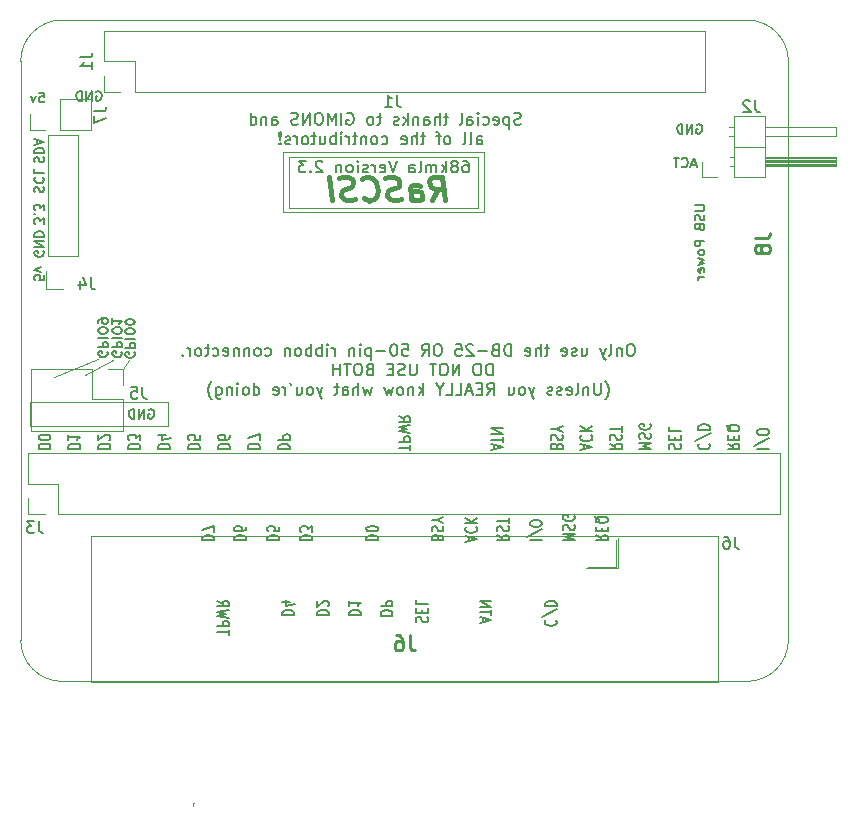
<source format=gbr>
%TF.GenerationSoftware,KiCad,Pcbnew,(5.1.9-16-g1737927814)-1*%
%TF.CreationDate,2021-07-29T14:55:12-05:00*%
%TF.ProjectId,rascsi_2p3,72617363-7369-45f3-9270-332e6b696361,rev?*%
%TF.SameCoordinates,PX59d60c0PY325aa00*%
%TF.FileFunction,Legend,Bot*%
%TF.FilePolarity,Positive*%
%FSLAX46Y46*%
G04 Gerber Fmt 4.6, Leading zero omitted, Abs format (unit mm)*
G04 Created by KiCad (PCBNEW (5.1.9-16-g1737927814)-1) date 2021-07-29 14:55:12*
%MOMM*%
%LPD*%
G01*
G04 APERTURE LIST*
%ADD10C,0.150000*%
%ADD11C,0.120000*%
%ADD12C,0.230000*%
%ADD13C,0.400000*%
%TA.AperFunction,Profile*%
%ADD14C,0.050000*%
%TD*%
%ADD15C,0.100000*%
%ADD16C,0.254000*%
G04 APERTURE END LIST*
D10*
X132032261Y-17138380D02*
X131841785Y-17138380D01*
X131746547Y-17186000D01*
X131651309Y-17281238D01*
X131603690Y-17471714D01*
X131603690Y-17805047D01*
X131651309Y-17995523D01*
X131746547Y-18090761D01*
X131841785Y-18138380D01*
X132032261Y-18138380D01*
X132127500Y-18090761D01*
X132222738Y-17995523D01*
X132270357Y-17805047D01*
X132270357Y-17471714D01*
X132222738Y-17281238D01*
X132127500Y-17186000D01*
X132032261Y-17138380D01*
X131175119Y-17471714D02*
X131175119Y-18138380D01*
X131175119Y-17566952D02*
X131127500Y-17519333D01*
X131032261Y-17471714D01*
X130889404Y-17471714D01*
X130794166Y-17519333D01*
X130746547Y-17614571D01*
X130746547Y-18138380D01*
X130127500Y-18138380D02*
X130222738Y-18090761D01*
X130270357Y-17995523D01*
X130270357Y-17138380D01*
X129841785Y-17471714D02*
X129603690Y-18138380D01*
X129365595Y-17471714D02*
X129603690Y-18138380D01*
X129698928Y-18376476D01*
X129746547Y-18424095D01*
X129841785Y-18471714D01*
X127794166Y-17471714D02*
X127794166Y-18138380D01*
X128222738Y-17471714D02*
X128222738Y-17995523D01*
X128175119Y-18090761D01*
X128079880Y-18138380D01*
X127937023Y-18138380D01*
X127841785Y-18090761D01*
X127794166Y-18043142D01*
X127365595Y-18090761D02*
X127270357Y-18138380D01*
X127079880Y-18138380D01*
X126984642Y-18090761D01*
X126937023Y-17995523D01*
X126937023Y-17947904D01*
X126984642Y-17852666D01*
X127079880Y-17805047D01*
X127222738Y-17805047D01*
X127317976Y-17757428D01*
X127365595Y-17662190D01*
X127365595Y-17614571D01*
X127317976Y-17519333D01*
X127222738Y-17471714D01*
X127079880Y-17471714D01*
X126984642Y-17519333D01*
X126127500Y-18090761D02*
X126222738Y-18138380D01*
X126413214Y-18138380D01*
X126508452Y-18090761D01*
X126556071Y-17995523D01*
X126556071Y-17614571D01*
X126508452Y-17519333D01*
X126413214Y-17471714D01*
X126222738Y-17471714D01*
X126127500Y-17519333D01*
X126079880Y-17614571D01*
X126079880Y-17709809D01*
X126556071Y-17805047D01*
X125032261Y-17471714D02*
X124651309Y-17471714D01*
X124889404Y-17138380D02*
X124889404Y-17995523D01*
X124841785Y-18090761D01*
X124746547Y-18138380D01*
X124651309Y-18138380D01*
X124317976Y-18138380D02*
X124317976Y-17138380D01*
X123889404Y-18138380D02*
X123889404Y-17614571D01*
X123937023Y-17519333D01*
X124032261Y-17471714D01*
X124175119Y-17471714D01*
X124270357Y-17519333D01*
X124317976Y-17566952D01*
X123032261Y-18090761D02*
X123127500Y-18138380D01*
X123317976Y-18138380D01*
X123413214Y-18090761D01*
X123460833Y-17995523D01*
X123460833Y-17614571D01*
X123413214Y-17519333D01*
X123317976Y-17471714D01*
X123127500Y-17471714D01*
X123032261Y-17519333D01*
X122984642Y-17614571D01*
X122984642Y-17709809D01*
X123460833Y-17805047D01*
X121794166Y-18138380D02*
X121794166Y-17138380D01*
X121556071Y-17138380D01*
X121413214Y-17186000D01*
X121317976Y-17281238D01*
X121270357Y-17376476D01*
X121222738Y-17566952D01*
X121222738Y-17709809D01*
X121270357Y-17900285D01*
X121317976Y-17995523D01*
X121413214Y-18090761D01*
X121556071Y-18138380D01*
X121794166Y-18138380D01*
X120460833Y-17614571D02*
X120317976Y-17662190D01*
X120270357Y-17709809D01*
X120222738Y-17805047D01*
X120222738Y-17947904D01*
X120270357Y-18043142D01*
X120317976Y-18090761D01*
X120413214Y-18138380D01*
X120794166Y-18138380D01*
X120794166Y-17138380D01*
X120460833Y-17138380D01*
X120365595Y-17186000D01*
X120317976Y-17233619D01*
X120270357Y-17328857D01*
X120270357Y-17424095D01*
X120317976Y-17519333D01*
X120365595Y-17566952D01*
X120460833Y-17614571D01*
X120794166Y-17614571D01*
X119794166Y-17757428D02*
X119032261Y-17757428D01*
X118603690Y-17233619D02*
X118556071Y-17186000D01*
X118460833Y-17138380D01*
X118222738Y-17138380D01*
X118127500Y-17186000D01*
X118079880Y-17233619D01*
X118032261Y-17328857D01*
X118032261Y-17424095D01*
X118079880Y-17566952D01*
X118651309Y-18138380D01*
X118032261Y-18138380D01*
X117127500Y-17138380D02*
X117603690Y-17138380D01*
X117651309Y-17614571D01*
X117603690Y-17566952D01*
X117508452Y-17519333D01*
X117270357Y-17519333D01*
X117175119Y-17566952D01*
X117127500Y-17614571D01*
X117079880Y-17709809D01*
X117079880Y-17947904D01*
X117127500Y-18043142D01*
X117175119Y-18090761D01*
X117270357Y-18138380D01*
X117508452Y-18138380D01*
X117603690Y-18090761D01*
X117651309Y-18043142D01*
X115698928Y-17138380D02*
X115508452Y-17138380D01*
X115413214Y-17186000D01*
X115317976Y-17281238D01*
X115270357Y-17471714D01*
X115270357Y-17805047D01*
X115317976Y-17995523D01*
X115413214Y-18090761D01*
X115508452Y-18138380D01*
X115698928Y-18138380D01*
X115794166Y-18090761D01*
X115889404Y-17995523D01*
X115937023Y-17805047D01*
X115937023Y-17471714D01*
X115889404Y-17281238D01*
X115794166Y-17186000D01*
X115698928Y-17138380D01*
X114270357Y-18138380D02*
X114603690Y-17662190D01*
X114841785Y-18138380D02*
X114841785Y-17138380D01*
X114460833Y-17138380D01*
X114365595Y-17186000D01*
X114317976Y-17233619D01*
X114270357Y-17328857D01*
X114270357Y-17471714D01*
X114317976Y-17566952D01*
X114365595Y-17614571D01*
X114460833Y-17662190D01*
X114841785Y-17662190D01*
X112603690Y-17138380D02*
X113079880Y-17138380D01*
X113127500Y-17614571D01*
X113079880Y-17566952D01*
X112984642Y-17519333D01*
X112746547Y-17519333D01*
X112651309Y-17566952D01*
X112603690Y-17614571D01*
X112556071Y-17709809D01*
X112556071Y-17947904D01*
X112603690Y-18043142D01*
X112651309Y-18090761D01*
X112746547Y-18138380D01*
X112984642Y-18138380D01*
X113079880Y-18090761D01*
X113127500Y-18043142D01*
X111937023Y-17138380D02*
X111841785Y-17138380D01*
X111746547Y-17186000D01*
X111698928Y-17233619D01*
X111651309Y-17328857D01*
X111603690Y-17519333D01*
X111603690Y-17757428D01*
X111651309Y-17947904D01*
X111698928Y-18043142D01*
X111746547Y-18090761D01*
X111841785Y-18138380D01*
X111937023Y-18138380D01*
X112032261Y-18090761D01*
X112079880Y-18043142D01*
X112127500Y-17947904D01*
X112175119Y-17757428D01*
X112175119Y-17519333D01*
X112127500Y-17328857D01*
X112079880Y-17233619D01*
X112032261Y-17186000D01*
X111937023Y-17138380D01*
X111175119Y-17757428D02*
X110413214Y-17757428D01*
X109937023Y-17471714D02*
X109937023Y-18471714D01*
X109937023Y-17519333D02*
X109841785Y-17471714D01*
X109651309Y-17471714D01*
X109556071Y-17519333D01*
X109508452Y-17566952D01*
X109460833Y-17662190D01*
X109460833Y-17947904D01*
X109508452Y-18043142D01*
X109556071Y-18090761D01*
X109651309Y-18138380D01*
X109841785Y-18138380D01*
X109937023Y-18090761D01*
X109032261Y-18138380D02*
X109032261Y-17471714D01*
X109032261Y-17138380D02*
X109079880Y-17186000D01*
X109032261Y-17233619D01*
X108984642Y-17186000D01*
X109032261Y-17138380D01*
X109032261Y-17233619D01*
X108556071Y-17471714D02*
X108556071Y-18138380D01*
X108556071Y-17566952D02*
X108508452Y-17519333D01*
X108413214Y-17471714D01*
X108270357Y-17471714D01*
X108175119Y-17519333D01*
X108127500Y-17614571D01*
X108127500Y-18138380D01*
X106889404Y-18138380D02*
X106889404Y-17471714D01*
X106889404Y-17662190D02*
X106841785Y-17566952D01*
X106794166Y-17519333D01*
X106698928Y-17471714D01*
X106603690Y-17471714D01*
X106270357Y-18138380D02*
X106270357Y-17471714D01*
X106270357Y-17138380D02*
X106317976Y-17186000D01*
X106270357Y-17233619D01*
X106222738Y-17186000D01*
X106270357Y-17138380D01*
X106270357Y-17233619D01*
X105794166Y-18138380D02*
X105794166Y-17138380D01*
X105794166Y-17519333D02*
X105698928Y-17471714D01*
X105508452Y-17471714D01*
X105413214Y-17519333D01*
X105365595Y-17566952D01*
X105317976Y-17662190D01*
X105317976Y-17947904D01*
X105365595Y-18043142D01*
X105413214Y-18090761D01*
X105508452Y-18138380D01*
X105698928Y-18138380D01*
X105794166Y-18090761D01*
X104889404Y-18138380D02*
X104889404Y-17138380D01*
X104889404Y-17519333D02*
X104794166Y-17471714D01*
X104603690Y-17471714D01*
X104508452Y-17519333D01*
X104460833Y-17566952D01*
X104413214Y-17662190D01*
X104413214Y-17947904D01*
X104460833Y-18043142D01*
X104508452Y-18090761D01*
X104603690Y-18138380D01*
X104794166Y-18138380D01*
X104889404Y-18090761D01*
X103841785Y-18138380D02*
X103937023Y-18090761D01*
X103984642Y-18043142D01*
X104032261Y-17947904D01*
X104032261Y-17662190D01*
X103984642Y-17566952D01*
X103937023Y-17519333D01*
X103841785Y-17471714D01*
X103698928Y-17471714D01*
X103603690Y-17519333D01*
X103556071Y-17566952D01*
X103508452Y-17662190D01*
X103508452Y-17947904D01*
X103556071Y-18043142D01*
X103603690Y-18090761D01*
X103698928Y-18138380D01*
X103841785Y-18138380D01*
X103079880Y-17471714D02*
X103079880Y-18138380D01*
X103079880Y-17566952D02*
X103032261Y-17519333D01*
X102937023Y-17471714D01*
X102794166Y-17471714D01*
X102698928Y-17519333D01*
X102651309Y-17614571D01*
X102651309Y-18138380D01*
X100984642Y-18090761D02*
X101079880Y-18138380D01*
X101270357Y-18138380D01*
X101365595Y-18090761D01*
X101413214Y-18043142D01*
X101460833Y-17947904D01*
X101460833Y-17662190D01*
X101413214Y-17566952D01*
X101365595Y-17519333D01*
X101270357Y-17471714D01*
X101079880Y-17471714D01*
X100984642Y-17519333D01*
X100413214Y-18138380D02*
X100508452Y-18090761D01*
X100556071Y-18043142D01*
X100603690Y-17947904D01*
X100603690Y-17662190D01*
X100556071Y-17566952D01*
X100508452Y-17519333D01*
X100413214Y-17471714D01*
X100270357Y-17471714D01*
X100175119Y-17519333D01*
X100127500Y-17566952D01*
X100079880Y-17662190D01*
X100079880Y-17947904D01*
X100127500Y-18043142D01*
X100175119Y-18090761D01*
X100270357Y-18138380D01*
X100413214Y-18138380D01*
X99651309Y-17471714D02*
X99651309Y-18138380D01*
X99651309Y-17566952D02*
X99603690Y-17519333D01*
X99508452Y-17471714D01*
X99365595Y-17471714D01*
X99270357Y-17519333D01*
X99222738Y-17614571D01*
X99222738Y-18138380D01*
X98746547Y-17471714D02*
X98746547Y-18138380D01*
X98746547Y-17566952D02*
X98698928Y-17519333D01*
X98603690Y-17471714D01*
X98460833Y-17471714D01*
X98365595Y-17519333D01*
X98317976Y-17614571D01*
X98317976Y-18138380D01*
X97460833Y-18090761D02*
X97556071Y-18138380D01*
X97746547Y-18138380D01*
X97841785Y-18090761D01*
X97889404Y-17995523D01*
X97889404Y-17614571D01*
X97841785Y-17519333D01*
X97746547Y-17471714D01*
X97556071Y-17471714D01*
X97460833Y-17519333D01*
X97413214Y-17614571D01*
X97413214Y-17709809D01*
X97889404Y-17805047D01*
X96556071Y-18090761D02*
X96651309Y-18138380D01*
X96841785Y-18138380D01*
X96937023Y-18090761D01*
X96984642Y-18043142D01*
X97032261Y-17947904D01*
X97032261Y-17662190D01*
X96984642Y-17566952D01*
X96937023Y-17519333D01*
X96841785Y-17471714D01*
X96651309Y-17471714D01*
X96556071Y-17519333D01*
X96270357Y-17471714D02*
X95889404Y-17471714D01*
X96127500Y-17138380D02*
X96127500Y-17995523D01*
X96079880Y-18090761D01*
X95984642Y-18138380D01*
X95889404Y-18138380D01*
X95413214Y-18138380D02*
X95508452Y-18090761D01*
X95556071Y-18043142D01*
X95603690Y-17947904D01*
X95603690Y-17662190D01*
X95556071Y-17566952D01*
X95508452Y-17519333D01*
X95413214Y-17471714D01*
X95270357Y-17471714D01*
X95175119Y-17519333D01*
X95127500Y-17566952D01*
X95079880Y-17662190D01*
X95079880Y-17947904D01*
X95127500Y-18043142D01*
X95175119Y-18090761D01*
X95270357Y-18138380D01*
X95413214Y-18138380D01*
X94651309Y-18138380D02*
X94651309Y-17471714D01*
X94651309Y-17662190D02*
X94603690Y-17566952D01*
X94556071Y-17519333D01*
X94460833Y-17471714D01*
X94365595Y-17471714D01*
X94032261Y-18043142D02*
X93984642Y-18090761D01*
X94032261Y-18138380D01*
X94079880Y-18090761D01*
X94032261Y-18043142D01*
X94032261Y-18138380D01*
X120246547Y-19788380D02*
X120246547Y-18788380D01*
X120008452Y-18788380D01*
X119865595Y-18836000D01*
X119770357Y-18931238D01*
X119722738Y-19026476D01*
X119675119Y-19216952D01*
X119675119Y-19359809D01*
X119722738Y-19550285D01*
X119770357Y-19645523D01*
X119865595Y-19740761D01*
X120008452Y-19788380D01*
X120246547Y-19788380D01*
X119056071Y-18788380D02*
X118865595Y-18788380D01*
X118770357Y-18836000D01*
X118675119Y-18931238D01*
X118627500Y-19121714D01*
X118627500Y-19455047D01*
X118675119Y-19645523D01*
X118770357Y-19740761D01*
X118865595Y-19788380D01*
X119056071Y-19788380D01*
X119151309Y-19740761D01*
X119246547Y-19645523D01*
X119294166Y-19455047D01*
X119294166Y-19121714D01*
X119246547Y-18931238D01*
X119151309Y-18836000D01*
X119056071Y-18788380D01*
X117437023Y-19788380D02*
X117437023Y-18788380D01*
X116865595Y-19788380D01*
X116865595Y-18788380D01*
X116198928Y-18788380D02*
X116008452Y-18788380D01*
X115913214Y-18836000D01*
X115817976Y-18931238D01*
X115770357Y-19121714D01*
X115770357Y-19455047D01*
X115817976Y-19645523D01*
X115913214Y-19740761D01*
X116008452Y-19788380D01*
X116198928Y-19788380D01*
X116294166Y-19740761D01*
X116389404Y-19645523D01*
X116437023Y-19455047D01*
X116437023Y-19121714D01*
X116389404Y-18931238D01*
X116294166Y-18836000D01*
X116198928Y-18788380D01*
X115484642Y-18788380D02*
X114913214Y-18788380D01*
X115198928Y-19788380D02*
X115198928Y-18788380D01*
X113817976Y-18788380D02*
X113817976Y-19597904D01*
X113770357Y-19693142D01*
X113722738Y-19740761D01*
X113627500Y-19788380D01*
X113437023Y-19788380D01*
X113341785Y-19740761D01*
X113294166Y-19693142D01*
X113246547Y-19597904D01*
X113246547Y-18788380D01*
X112817976Y-19740761D02*
X112675119Y-19788380D01*
X112437023Y-19788380D01*
X112341785Y-19740761D01*
X112294166Y-19693142D01*
X112246547Y-19597904D01*
X112246547Y-19502666D01*
X112294166Y-19407428D01*
X112341785Y-19359809D01*
X112437023Y-19312190D01*
X112627500Y-19264571D01*
X112722738Y-19216952D01*
X112770357Y-19169333D01*
X112817976Y-19074095D01*
X112817976Y-18978857D01*
X112770357Y-18883619D01*
X112722738Y-18836000D01*
X112627500Y-18788380D01*
X112389404Y-18788380D01*
X112246547Y-18836000D01*
X111817976Y-19264571D02*
X111484642Y-19264571D01*
X111341785Y-19788380D02*
X111817976Y-19788380D01*
X111817976Y-18788380D01*
X111341785Y-18788380D01*
X109817976Y-19264571D02*
X109675119Y-19312190D01*
X109627500Y-19359809D01*
X109579880Y-19455047D01*
X109579880Y-19597904D01*
X109627500Y-19693142D01*
X109675119Y-19740761D01*
X109770357Y-19788380D01*
X110151309Y-19788380D01*
X110151309Y-18788380D01*
X109817976Y-18788380D01*
X109722738Y-18836000D01*
X109675119Y-18883619D01*
X109627500Y-18978857D01*
X109627500Y-19074095D01*
X109675119Y-19169333D01*
X109722738Y-19216952D01*
X109817976Y-19264571D01*
X110151309Y-19264571D01*
X108960833Y-18788380D02*
X108770357Y-18788380D01*
X108675119Y-18836000D01*
X108579880Y-18931238D01*
X108532261Y-19121714D01*
X108532261Y-19455047D01*
X108579880Y-19645523D01*
X108675119Y-19740761D01*
X108770357Y-19788380D01*
X108960833Y-19788380D01*
X109056071Y-19740761D01*
X109151309Y-19645523D01*
X109198928Y-19455047D01*
X109198928Y-19121714D01*
X109151309Y-18931238D01*
X109056071Y-18836000D01*
X108960833Y-18788380D01*
X108246547Y-18788380D02*
X107675119Y-18788380D01*
X107960833Y-19788380D02*
X107960833Y-18788380D01*
X107341785Y-19788380D02*
X107341785Y-18788380D01*
X107341785Y-19264571D02*
X106770357Y-19264571D01*
X106770357Y-19788380D02*
X106770357Y-18788380D01*
X129794166Y-21819333D02*
X129841785Y-21771714D01*
X129937023Y-21628857D01*
X129984642Y-21533619D01*
X130032261Y-21390761D01*
X130079880Y-21152666D01*
X130079880Y-20962190D01*
X130032261Y-20724095D01*
X129984642Y-20581238D01*
X129937023Y-20486000D01*
X129841785Y-20343142D01*
X129794166Y-20295523D01*
X129413214Y-20438380D02*
X129413214Y-21247904D01*
X129365595Y-21343142D01*
X129317976Y-21390761D01*
X129222738Y-21438380D01*
X129032261Y-21438380D01*
X128937023Y-21390761D01*
X128889404Y-21343142D01*
X128841785Y-21247904D01*
X128841785Y-20438380D01*
X128365595Y-20771714D02*
X128365595Y-21438380D01*
X128365595Y-20866952D02*
X128317976Y-20819333D01*
X128222738Y-20771714D01*
X128079880Y-20771714D01*
X127984642Y-20819333D01*
X127937023Y-20914571D01*
X127937023Y-21438380D01*
X127317976Y-21438380D02*
X127413214Y-21390761D01*
X127460833Y-21295523D01*
X127460833Y-20438380D01*
X126556071Y-21390761D02*
X126651309Y-21438380D01*
X126841785Y-21438380D01*
X126937023Y-21390761D01*
X126984642Y-21295523D01*
X126984642Y-20914571D01*
X126937023Y-20819333D01*
X126841785Y-20771714D01*
X126651309Y-20771714D01*
X126556071Y-20819333D01*
X126508452Y-20914571D01*
X126508452Y-21009809D01*
X126984642Y-21105047D01*
X126127500Y-21390761D02*
X126032261Y-21438380D01*
X125841785Y-21438380D01*
X125746547Y-21390761D01*
X125698928Y-21295523D01*
X125698928Y-21247904D01*
X125746547Y-21152666D01*
X125841785Y-21105047D01*
X125984642Y-21105047D01*
X126079880Y-21057428D01*
X126127500Y-20962190D01*
X126127500Y-20914571D01*
X126079880Y-20819333D01*
X125984642Y-20771714D01*
X125841785Y-20771714D01*
X125746547Y-20819333D01*
X125317976Y-21390761D02*
X125222738Y-21438380D01*
X125032261Y-21438380D01*
X124937023Y-21390761D01*
X124889404Y-21295523D01*
X124889404Y-21247904D01*
X124937023Y-21152666D01*
X125032261Y-21105047D01*
X125175119Y-21105047D01*
X125270357Y-21057428D01*
X125317976Y-20962190D01*
X125317976Y-20914571D01*
X125270357Y-20819333D01*
X125175119Y-20771714D01*
X125032261Y-20771714D01*
X124937023Y-20819333D01*
X123794166Y-20771714D02*
X123556071Y-21438380D01*
X123317976Y-20771714D02*
X123556071Y-21438380D01*
X123651309Y-21676476D01*
X123698928Y-21724095D01*
X123794166Y-21771714D01*
X122794166Y-21438380D02*
X122889404Y-21390761D01*
X122937023Y-21343142D01*
X122984642Y-21247904D01*
X122984642Y-20962190D01*
X122937023Y-20866952D01*
X122889404Y-20819333D01*
X122794166Y-20771714D01*
X122651309Y-20771714D01*
X122556071Y-20819333D01*
X122508452Y-20866952D01*
X122460833Y-20962190D01*
X122460833Y-21247904D01*
X122508452Y-21343142D01*
X122556071Y-21390761D01*
X122651309Y-21438380D01*
X122794166Y-21438380D01*
X121603690Y-20771714D02*
X121603690Y-21438380D01*
X122032261Y-20771714D02*
X122032261Y-21295523D01*
X121984642Y-21390761D01*
X121889404Y-21438380D01*
X121746547Y-21438380D01*
X121651309Y-21390761D01*
X121603690Y-21343142D01*
X119794166Y-21438380D02*
X120127500Y-20962190D01*
X120365595Y-21438380D02*
X120365595Y-20438380D01*
X119984642Y-20438380D01*
X119889404Y-20486000D01*
X119841785Y-20533619D01*
X119794166Y-20628857D01*
X119794166Y-20771714D01*
X119841785Y-20866952D01*
X119889404Y-20914571D01*
X119984642Y-20962190D01*
X120365595Y-20962190D01*
X119365595Y-20914571D02*
X119032261Y-20914571D01*
X118889404Y-21438380D02*
X119365595Y-21438380D01*
X119365595Y-20438380D01*
X118889404Y-20438380D01*
X118508452Y-21152666D02*
X118032261Y-21152666D01*
X118603690Y-21438380D02*
X118270357Y-20438380D01*
X117937023Y-21438380D01*
X117127500Y-21438380D02*
X117603690Y-21438380D01*
X117603690Y-20438380D01*
X116317976Y-21438380D02*
X116794166Y-21438380D01*
X116794166Y-20438380D01*
X115794166Y-20962190D02*
X115794166Y-21438380D01*
X116127500Y-20438380D02*
X115794166Y-20962190D01*
X115460833Y-20438380D01*
X114365595Y-21438380D02*
X114365595Y-20438380D01*
X114270357Y-21057428D02*
X113984642Y-21438380D01*
X113984642Y-20771714D02*
X114365595Y-21152666D01*
X113556071Y-20771714D02*
X113556071Y-21438380D01*
X113556071Y-20866952D02*
X113508452Y-20819333D01*
X113413214Y-20771714D01*
X113270357Y-20771714D01*
X113175119Y-20819333D01*
X113127500Y-20914571D01*
X113127500Y-21438380D01*
X112508452Y-21438380D02*
X112603690Y-21390761D01*
X112651309Y-21343142D01*
X112698928Y-21247904D01*
X112698928Y-20962190D01*
X112651309Y-20866952D01*
X112603690Y-20819333D01*
X112508452Y-20771714D01*
X112365595Y-20771714D01*
X112270357Y-20819333D01*
X112222738Y-20866952D01*
X112175119Y-20962190D01*
X112175119Y-21247904D01*
X112222738Y-21343142D01*
X112270357Y-21390761D01*
X112365595Y-21438380D01*
X112508452Y-21438380D01*
X111841785Y-20771714D02*
X111651309Y-21438380D01*
X111460833Y-20962190D01*
X111270357Y-21438380D01*
X111079880Y-20771714D01*
X110032261Y-20771714D02*
X109841785Y-21438380D01*
X109651309Y-20962190D01*
X109460833Y-21438380D01*
X109270357Y-20771714D01*
X108889404Y-21438380D02*
X108889404Y-20438380D01*
X108460833Y-21438380D02*
X108460833Y-20914571D01*
X108508452Y-20819333D01*
X108603690Y-20771714D01*
X108746547Y-20771714D01*
X108841785Y-20819333D01*
X108889404Y-20866952D01*
X107556071Y-21438380D02*
X107556071Y-20914571D01*
X107603690Y-20819333D01*
X107698928Y-20771714D01*
X107889404Y-20771714D01*
X107984642Y-20819333D01*
X107556071Y-21390761D02*
X107651309Y-21438380D01*
X107889404Y-21438380D01*
X107984642Y-21390761D01*
X108032261Y-21295523D01*
X108032261Y-21200285D01*
X107984642Y-21105047D01*
X107889404Y-21057428D01*
X107651309Y-21057428D01*
X107556071Y-21009809D01*
X107222738Y-20771714D02*
X106841785Y-20771714D01*
X107079880Y-20438380D02*
X107079880Y-21295523D01*
X107032261Y-21390761D01*
X106937023Y-21438380D01*
X106841785Y-21438380D01*
X105841785Y-20771714D02*
X105603690Y-21438380D01*
X105365595Y-20771714D02*
X105603690Y-21438380D01*
X105698928Y-21676476D01*
X105746547Y-21724095D01*
X105841785Y-21771714D01*
X104841785Y-21438380D02*
X104937023Y-21390761D01*
X104984642Y-21343142D01*
X105032261Y-21247904D01*
X105032261Y-20962190D01*
X104984642Y-20866952D01*
X104937023Y-20819333D01*
X104841785Y-20771714D01*
X104698928Y-20771714D01*
X104603690Y-20819333D01*
X104556071Y-20866952D01*
X104508452Y-20962190D01*
X104508452Y-21247904D01*
X104556071Y-21343142D01*
X104603690Y-21390761D01*
X104698928Y-21438380D01*
X104841785Y-21438380D01*
X103651309Y-20771714D02*
X103651309Y-21438380D01*
X104079880Y-20771714D02*
X104079880Y-21295523D01*
X104032261Y-21390761D01*
X103937023Y-21438380D01*
X103794166Y-21438380D01*
X103698928Y-21390761D01*
X103651309Y-21343142D01*
X103127500Y-20438380D02*
X103222738Y-20628857D01*
X102698928Y-21438380D02*
X102698928Y-20771714D01*
X102698928Y-20962190D02*
X102651309Y-20866952D01*
X102603690Y-20819333D01*
X102508452Y-20771714D01*
X102413214Y-20771714D01*
X101698928Y-21390761D02*
X101794166Y-21438380D01*
X101984642Y-21438380D01*
X102079880Y-21390761D01*
X102127500Y-21295523D01*
X102127500Y-20914571D01*
X102079880Y-20819333D01*
X101984642Y-20771714D01*
X101794166Y-20771714D01*
X101698928Y-20819333D01*
X101651309Y-20914571D01*
X101651309Y-21009809D01*
X102127500Y-21105047D01*
X100032261Y-21438380D02*
X100032261Y-20438380D01*
X100032261Y-21390761D02*
X100127500Y-21438380D01*
X100317976Y-21438380D01*
X100413214Y-21390761D01*
X100460833Y-21343142D01*
X100508452Y-21247904D01*
X100508452Y-20962190D01*
X100460833Y-20866952D01*
X100413214Y-20819333D01*
X100317976Y-20771714D01*
X100127500Y-20771714D01*
X100032261Y-20819333D01*
X99413214Y-21438380D02*
X99508452Y-21390761D01*
X99556071Y-21343142D01*
X99603690Y-21247904D01*
X99603690Y-20962190D01*
X99556071Y-20866952D01*
X99508452Y-20819333D01*
X99413214Y-20771714D01*
X99270357Y-20771714D01*
X99175119Y-20819333D01*
X99127500Y-20866952D01*
X99079880Y-20962190D01*
X99079880Y-21247904D01*
X99127500Y-21343142D01*
X99175119Y-21390761D01*
X99270357Y-21438380D01*
X99413214Y-21438380D01*
X98651309Y-21438380D02*
X98651309Y-20771714D01*
X98651309Y-20438380D02*
X98698928Y-20486000D01*
X98651309Y-20533619D01*
X98603690Y-20486000D01*
X98651309Y-20438380D01*
X98651309Y-20533619D01*
X98175119Y-20771714D02*
X98175119Y-21438380D01*
X98175119Y-20866952D02*
X98127500Y-20819333D01*
X98032261Y-20771714D01*
X97889404Y-20771714D01*
X97794166Y-20819333D01*
X97746547Y-20914571D01*
X97746547Y-21438380D01*
X96841785Y-20771714D02*
X96841785Y-21581238D01*
X96889404Y-21676476D01*
X96937023Y-21724095D01*
X97032261Y-21771714D01*
X97175119Y-21771714D01*
X97270357Y-21724095D01*
X96841785Y-21390761D02*
X96937023Y-21438380D01*
X97127500Y-21438380D01*
X97222738Y-21390761D01*
X97270357Y-21343142D01*
X97317976Y-21247904D01*
X97317976Y-20962190D01*
X97270357Y-20866952D01*
X97222738Y-20819333D01*
X97127500Y-20771714D01*
X96937023Y-20771714D01*
X96841785Y-20819333D01*
X96460833Y-21819333D02*
X96413214Y-21771714D01*
X96317976Y-21628857D01*
X96270357Y-21533619D01*
X96222738Y-21390761D01*
X96175119Y-21152666D01*
X96175119Y-20962190D01*
X96222738Y-20724095D01*
X96270357Y-20581238D01*
X96317976Y-20486000D01*
X96413214Y-20343142D01*
X96460833Y-20295523D01*
X123406619Y-33769476D02*
X124406619Y-33769476D01*
X124454238Y-32817095D02*
X123168523Y-33502809D01*
X124406619Y-32398047D02*
X124406619Y-32245666D01*
X124359000Y-32169476D01*
X124263761Y-32093285D01*
X124073285Y-32055190D01*
X123739952Y-32055190D01*
X123549476Y-32093285D01*
X123454238Y-32169476D01*
X123406619Y-32245666D01*
X123406619Y-32398047D01*
X123454238Y-32474238D01*
X123549476Y-32550428D01*
X123739952Y-32588523D01*
X124073285Y-32588523D01*
X124263761Y-32550428D01*
X124359000Y-32474238D01*
X124406619Y-32398047D01*
X120612619Y-33312333D02*
X121088809Y-33578999D01*
X120612619Y-33769476D02*
X121612619Y-33769476D01*
X121612619Y-33464714D01*
X121565000Y-33388523D01*
X121517380Y-33350428D01*
X121422142Y-33312333D01*
X121279285Y-33312333D01*
X121184047Y-33350428D01*
X121136428Y-33388523D01*
X121088809Y-33464714D01*
X121088809Y-33769476D01*
X120660238Y-33007571D02*
X120612619Y-32893285D01*
X120612619Y-32702809D01*
X120660238Y-32626618D01*
X120707857Y-32588523D01*
X120803095Y-32550428D01*
X120898333Y-32550428D01*
X120993571Y-32588523D01*
X121041190Y-32626618D01*
X121088809Y-32702809D01*
X121136428Y-32855190D01*
X121184047Y-32931380D01*
X121231666Y-32969476D01*
X121326904Y-33007571D01*
X121422142Y-33007571D01*
X121517380Y-32969476D01*
X121565000Y-32931380D01*
X121612619Y-32855190D01*
X121612619Y-32664714D01*
X121565000Y-32550428D01*
X121612619Y-32321857D02*
X121612619Y-31864714D01*
X120612619Y-32093285D02*
X121612619Y-32093285D01*
X113802238Y-40697285D02*
X113754619Y-40583000D01*
X113754619Y-40392523D01*
X113802238Y-40316333D01*
X113849857Y-40278238D01*
X113945095Y-40240142D01*
X114040333Y-40240142D01*
X114135571Y-40278238D01*
X114183190Y-40316333D01*
X114230809Y-40392523D01*
X114278428Y-40544904D01*
X114326047Y-40621095D01*
X114373666Y-40659190D01*
X114468904Y-40697285D01*
X114564142Y-40697285D01*
X114659380Y-40659190D01*
X114707000Y-40621095D01*
X114754619Y-40544904D01*
X114754619Y-40354428D01*
X114707000Y-40240142D01*
X114278428Y-39897285D02*
X114278428Y-39630619D01*
X113754619Y-39516333D02*
X113754619Y-39897285D01*
X114754619Y-39897285D01*
X114754619Y-39516333D01*
X113754619Y-38792523D02*
X113754619Y-39173476D01*
X114754619Y-39173476D01*
X109563619Y-33769476D02*
X110563619Y-33769476D01*
X110563619Y-33579000D01*
X110516000Y-33464714D01*
X110420761Y-33388523D01*
X110325523Y-33350428D01*
X110135047Y-33312333D01*
X109992190Y-33312333D01*
X109801714Y-33350428D01*
X109706476Y-33388523D01*
X109611238Y-33464714D01*
X109563619Y-33579000D01*
X109563619Y-33769476D01*
X110563619Y-32817095D02*
X110563619Y-32740904D01*
X110516000Y-32664714D01*
X110468380Y-32626619D01*
X110373142Y-32588523D01*
X110182666Y-32550428D01*
X109944571Y-32550428D01*
X109754095Y-32588523D01*
X109658857Y-32626619D01*
X109611238Y-32664714D01*
X109563619Y-32740904D01*
X109563619Y-32817095D01*
X109611238Y-32893285D01*
X109658857Y-32931380D01*
X109754095Y-32969476D01*
X109944571Y-33007571D01*
X110182666Y-33007571D01*
X110373142Y-32969476D01*
X110468380Y-32931380D01*
X110516000Y-32893285D01*
X110563619Y-32817095D01*
X101181619Y-33769476D02*
X102181619Y-33769476D01*
X102181619Y-33579000D01*
X102134000Y-33464714D01*
X102038761Y-33388523D01*
X101943523Y-33350428D01*
X101753047Y-33312333D01*
X101610190Y-33312333D01*
X101419714Y-33350428D01*
X101324476Y-33388523D01*
X101229238Y-33464714D01*
X101181619Y-33579000D01*
X101181619Y-33769476D01*
X102181619Y-32588523D02*
X102181619Y-32969476D01*
X101705428Y-33007571D01*
X101753047Y-32969476D01*
X101800666Y-32893285D01*
X101800666Y-32702809D01*
X101753047Y-32626619D01*
X101705428Y-32588523D01*
X101610190Y-32550428D01*
X101372095Y-32550428D01*
X101276857Y-32588523D01*
X101229238Y-32626619D01*
X101181619Y-32702809D01*
X101181619Y-32893285D01*
X101229238Y-32969476D01*
X101276857Y-33007571D01*
X115611928Y-33502809D02*
X115564309Y-33388523D01*
X115516690Y-33350428D01*
X115421452Y-33312333D01*
X115278595Y-33312333D01*
X115183357Y-33350428D01*
X115135738Y-33388523D01*
X115088119Y-33464714D01*
X115088119Y-33769476D01*
X116088119Y-33769476D01*
X116088119Y-33502809D01*
X116040500Y-33426619D01*
X115992880Y-33388523D01*
X115897642Y-33350428D01*
X115802404Y-33350428D01*
X115707166Y-33388523D01*
X115659547Y-33426619D01*
X115611928Y-33502809D01*
X115611928Y-33769476D01*
X115135738Y-33007571D02*
X115088119Y-32893285D01*
X115088119Y-32702809D01*
X115135738Y-32626619D01*
X115183357Y-32588523D01*
X115278595Y-32550428D01*
X115373833Y-32550428D01*
X115469071Y-32588523D01*
X115516690Y-32626619D01*
X115564309Y-32702809D01*
X115611928Y-32855190D01*
X115659547Y-32931381D01*
X115707166Y-32969476D01*
X115802404Y-33007571D01*
X115897642Y-33007571D01*
X115992880Y-32969476D01*
X116040500Y-32931381D01*
X116088119Y-32855190D01*
X116088119Y-32664714D01*
X116040500Y-32550428D01*
X115564309Y-32055190D02*
X115088119Y-32055190D01*
X116088119Y-32321857D02*
X115564309Y-32055190D01*
X116088119Y-31788523D01*
X98387619Y-33769476D02*
X99387619Y-33769476D01*
X99387619Y-33579000D01*
X99340000Y-33464714D01*
X99244761Y-33388523D01*
X99149523Y-33350428D01*
X98959047Y-33312333D01*
X98816190Y-33312333D01*
X98625714Y-33350428D01*
X98530476Y-33388523D01*
X98435238Y-33464714D01*
X98387619Y-33579000D01*
X98387619Y-33769476D01*
X99387619Y-32626619D02*
X99387619Y-32779000D01*
X99340000Y-32855190D01*
X99292380Y-32893285D01*
X99149523Y-32969476D01*
X98959047Y-33007571D01*
X98578095Y-33007571D01*
X98482857Y-32969476D01*
X98435238Y-32931380D01*
X98387619Y-32855190D01*
X98387619Y-32702809D01*
X98435238Y-32626619D01*
X98482857Y-32588523D01*
X98578095Y-32550428D01*
X98816190Y-32550428D01*
X98911428Y-32588523D01*
X98959047Y-32626619D01*
X99006666Y-32702809D01*
X99006666Y-32855190D01*
X98959047Y-32931380D01*
X98911428Y-32969476D01*
X98816190Y-33007571D01*
X108103119Y-40087762D02*
X109103119Y-40087762D01*
X109103119Y-39897286D01*
X109055500Y-39783000D01*
X108960261Y-39706809D01*
X108865023Y-39668714D01*
X108674547Y-39630619D01*
X108531690Y-39630619D01*
X108341214Y-39668714D01*
X108245976Y-39706809D01*
X108150738Y-39783000D01*
X108103119Y-39897286D01*
X108103119Y-40087762D01*
X108103119Y-38868714D02*
X108103119Y-39325857D01*
X108103119Y-39097286D02*
X109103119Y-39097286D01*
X108960261Y-39173476D01*
X108865023Y-39249666D01*
X108817404Y-39325857D01*
X102451619Y-40087762D02*
X103451619Y-40087762D01*
X103451619Y-39897286D01*
X103404000Y-39783000D01*
X103308761Y-39706809D01*
X103213523Y-39668714D01*
X103023047Y-39630619D01*
X102880190Y-39630619D01*
X102689714Y-39668714D01*
X102594476Y-39706809D01*
X102499238Y-39783000D01*
X102451619Y-39897286D01*
X102451619Y-40087762D01*
X103118285Y-38944905D02*
X102451619Y-38944905D01*
X103499238Y-39135381D02*
X102784952Y-39325857D01*
X102784952Y-38830619D01*
X105372619Y-40087762D02*
X106372619Y-40087762D01*
X106372619Y-39897286D01*
X106325000Y-39783000D01*
X106229761Y-39706809D01*
X106134523Y-39668714D01*
X105944047Y-39630619D01*
X105801190Y-39630619D01*
X105610714Y-39668714D01*
X105515476Y-39706809D01*
X105420238Y-39783000D01*
X105372619Y-39897286D01*
X105372619Y-40087762D01*
X106277380Y-39325857D02*
X106325000Y-39287762D01*
X106372619Y-39211571D01*
X106372619Y-39021095D01*
X106325000Y-38944905D01*
X106277380Y-38906809D01*
X106182142Y-38868714D01*
X106086904Y-38868714D01*
X105944047Y-38906809D01*
X105372619Y-39363952D01*
X105372619Y-38868714D01*
X126200619Y-33769477D02*
X127200619Y-33769477D01*
X126486333Y-33502810D01*
X127200619Y-33236143D01*
X126200619Y-33236143D01*
X126248238Y-32893286D02*
X126200619Y-32779000D01*
X126200619Y-32588524D01*
X126248238Y-32512334D01*
X126295857Y-32474238D01*
X126391095Y-32436143D01*
X126486333Y-32436143D01*
X126581571Y-32474238D01*
X126629190Y-32512334D01*
X126676809Y-32588524D01*
X126724428Y-32740905D01*
X126772047Y-32817096D01*
X126819666Y-32855191D01*
X126914904Y-32893286D01*
X127010142Y-32893286D01*
X127105380Y-32855191D01*
X127153000Y-32817096D01*
X127200619Y-32740905D01*
X127200619Y-32550429D01*
X127153000Y-32436143D01*
X127153000Y-31674238D02*
X127200619Y-31750429D01*
X127200619Y-31864715D01*
X127153000Y-31979000D01*
X127057761Y-32055191D01*
X126962523Y-32093286D01*
X126772047Y-32131381D01*
X126629190Y-32131381D01*
X126438714Y-32093286D01*
X126343476Y-32055191D01*
X126248238Y-31979000D01*
X126200619Y-31864715D01*
X126200619Y-31788524D01*
X126248238Y-31674238D01*
X126295857Y-31636143D01*
X126629190Y-31636143D01*
X126629190Y-31788524D01*
X97927119Y-41763953D02*
X97927119Y-41306810D01*
X96927119Y-41535381D02*
X97927119Y-41535381D01*
X96927119Y-41040143D02*
X97927119Y-41040143D01*
X97927119Y-40735381D01*
X97879500Y-40659191D01*
X97831880Y-40621096D01*
X97736642Y-40583000D01*
X97593785Y-40583000D01*
X97498547Y-40621096D01*
X97450928Y-40659191D01*
X97403309Y-40735381D01*
X97403309Y-41040143D01*
X97927119Y-40316334D02*
X96927119Y-40125858D01*
X97641404Y-39973477D01*
X96927119Y-39821096D01*
X97927119Y-39630619D01*
X96927119Y-38868715D02*
X97403309Y-39135381D01*
X96927119Y-39325858D02*
X97927119Y-39325858D01*
X97927119Y-39021096D01*
X97879500Y-38944905D01*
X97831880Y-38906810D01*
X97736642Y-38868715D01*
X97593785Y-38868715D01*
X97498547Y-38906810D01*
X97450928Y-38944905D01*
X97403309Y-39021096D01*
X97403309Y-39325858D01*
X103975619Y-33769476D02*
X104975619Y-33769476D01*
X104975619Y-33579000D01*
X104928000Y-33464714D01*
X104832761Y-33388523D01*
X104737523Y-33350428D01*
X104547047Y-33312333D01*
X104404190Y-33312333D01*
X104213714Y-33350428D01*
X104118476Y-33388523D01*
X104023238Y-33464714D01*
X103975619Y-33579000D01*
X103975619Y-33769476D01*
X104975619Y-33045666D02*
X104975619Y-32550428D01*
X104594666Y-32817095D01*
X104594666Y-32702809D01*
X104547047Y-32626619D01*
X104499428Y-32588523D01*
X104404190Y-32550428D01*
X104166095Y-32550428D01*
X104070857Y-32588523D01*
X104023238Y-32626619D01*
X103975619Y-32702809D01*
X103975619Y-32931380D01*
X104023238Y-33007571D01*
X104070857Y-33045666D01*
X124771857Y-40506809D02*
X124724238Y-40544904D01*
X124676619Y-40659190D01*
X124676619Y-40735381D01*
X124724238Y-40849666D01*
X124819476Y-40925857D01*
X124914714Y-40963952D01*
X125105190Y-41002047D01*
X125248047Y-41002047D01*
X125438523Y-40963952D01*
X125533761Y-40925857D01*
X125629000Y-40849666D01*
X125676619Y-40735381D01*
X125676619Y-40659190D01*
X125629000Y-40544904D01*
X125581380Y-40506809D01*
X125724238Y-39592523D02*
X124438523Y-40278238D01*
X124676619Y-39325857D02*
X125676619Y-39325857D01*
X125676619Y-39135381D01*
X125629000Y-39021095D01*
X125533761Y-38944904D01*
X125438523Y-38906809D01*
X125248047Y-38868714D01*
X125105190Y-38868714D01*
X124914714Y-38906809D01*
X124819476Y-38944904D01*
X124724238Y-39021095D01*
X124676619Y-39135381D01*
X124676619Y-39325857D01*
X118231333Y-33807572D02*
X118231333Y-33426619D01*
X117945619Y-33883762D02*
X118945619Y-33617096D01*
X117945619Y-33350429D01*
X118040857Y-32626619D02*
X117993238Y-32664715D01*
X117945619Y-32779000D01*
X117945619Y-32855191D01*
X117993238Y-32969476D01*
X118088476Y-33045667D01*
X118183714Y-33083762D01*
X118374190Y-33121857D01*
X118517047Y-33121857D01*
X118707523Y-33083762D01*
X118802761Y-33045667D01*
X118898000Y-32969476D01*
X118945619Y-32855191D01*
X118945619Y-32779000D01*
X118898000Y-32664715D01*
X118850380Y-32626619D01*
X117945619Y-32283762D02*
X118945619Y-32283762D01*
X117945619Y-31826619D02*
X118517047Y-32169476D01*
X118945619Y-31826619D02*
X118374190Y-32283762D01*
X119437833Y-40697285D02*
X119437833Y-40316333D01*
X119152119Y-40773476D02*
X120152119Y-40506809D01*
X119152119Y-40240142D01*
X120152119Y-40087761D02*
X120152119Y-39630619D01*
X119152119Y-39859190D02*
X120152119Y-39859190D01*
X119152119Y-39363952D02*
X120152119Y-39363952D01*
X119152119Y-38906809D01*
X120152119Y-38906809D01*
X110770119Y-40125857D02*
X111770119Y-40125857D01*
X111770119Y-39935381D01*
X111722500Y-39821095D01*
X111627261Y-39744905D01*
X111532023Y-39706810D01*
X111341547Y-39668714D01*
X111198690Y-39668714D01*
X111008214Y-39706810D01*
X110912976Y-39744905D01*
X110817738Y-39821095D01*
X110770119Y-39935381D01*
X110770119Y-40125857D01*
X110770119Y-39325857D02*
X111770119Y-39325857D01*
X111770119Y-39021095D01*
X111722500Y-38944905D01*
X111674880Y-38906810D01*
X111579642Y-38868714D01*
X111436785Y-38868714D01*
X111341547Y-38906810D01*
X111293928Y-38944905D01*
X111246309Y-39021095D01*
X111246309Y-39325857D01*
X95657119Y-33769476D02*
X96657119Y-33769476D01*
X96657119Y-33579000D01*
X96609500Y-33464714D01*
X96514261Y-33388523D01*
X96419023Y-33350428D01*
X96228547Y-33312333D01*
X96085690Y-33312333D01*
X95895214Y-33350428D01*
X95799976Y-33388523D01*
X95704738Y-33464714D01*
X95657119Y-33579000D01*
X95657119Y-33769476D01*
X96657119Y-33045666D02*
X96657119Y-32512333D01*
X95657119Y-32855190D01*
X128994619Y-33312333D02*
X129470809Y-33579000D01*
X128994619Y-33769476D02*
X129994619Y-33769476D01*
X129994619Y-33464714D01*
X129947000Y-33388523D01*
X129899380Y-33350428D01*
X129804142Y-33312333D01*
X129661285Y-33312333D01*
X129566047Y-33350428D01*
X129518428Y-33388523D01*
X129470809Y-33464714D01*
X129470809Y-33769476D01*
X129518428Y-32969476D02*
X129518428Y-32702809D01*
X128994619Y-32588523D02*
X128994619Y-32969476D01*
X129994619Y-32969476D01*
X129994619Y-32588523D01*
X128899380Y-31712333D02*
X128947000Y-31788523D01*
X129042238Y-31864714D01*
X129185095Y-31979000D01*
X129232714Y-32055190D01*
X129232714Y-32131380D01*
X128994619Y-32093285D02*
X129042238Y-32169476D01*
X129137476Y-32245666D01*
X129327952Y-32283761D01*
X129661285Y-32283761D01*
X129851761Y-32245666D01*
X129947000Y-32169476D01*
X129994619Y-32093285D01*
X129994619Y-31940904D01*
X129947000Y-31864714D01*
X129851761Y-31788523D01*
X129661285Y-31750428D01*
X129327952Y-31750428D01*
X129137476Y-31788523D01*
X129042238Y-31864714D01*
X128994619Y-31940904D01*
X128994619Y-32093285D01*
X142647119Y-26022476D02*
X143647119Y-26022476D01*
X143694738Y-25070095D02*
X142409023Y-25755809D01*
X143647119Y-24651047D02*
X143647119Y-24498666D01*
X143599500Y-24422476D01*
X143504261Y-24346285D01*
X143313785Y-24308190D01*
X142980452Y-24308190D01*
X142789976Y-24346285D01*
X142694738Y-24422476D01*
X142647119Y-24498666D01*
X142647119Y-24651047D01*
X142694738Y-24727238D01*
X142789976Y-24803428D01*
X142980452Y-24841523D01*
X143313785Y-24841523D01*
X143504261Y-24803428D01*
X143599500Y-24727238D01*
X143647119Y-24651047D01*
X140152471Y-25565333D02*
X140628661Y-25832000D01*
X140152471Y-26022476D02*
X141152471Y-26022476D01*
X141152471Y-25717714D01*
X141104852Y-25641523D01*
X141057232Y-25603428D01*
X140961994Y-25565333D01*
X140819137Y-25565333D01*
X140723899Y-25603428D01*
X140676280Y-25641523D01*
X140628661Y-25717714D01*
X140628661Y-26022476D01*
X140676280Y-25222476D02*
X140676280Y-24955809D01*
X140152471Y-24841523D02*
X140152471Y-25222476D01*
X141152471Y-25222476D01*
X141152471Y-24841523D01*
X140057232Y-23965333D02*
X140104852Y-24041523D01*
X140200090Y-24117714D01*
X140342947Y-24232000D01*
X140390566Y-24308190D01*
X140390566Y-24384380D01*
X140152471Y-24346285D02*
X140200090Y-24422476D01*
X140295328Y-24498666D01*
X140485804Y-24536761D01*
X140819137Y-24536761D01*
X141009613Y-24498666D01*
X141104852Y-24422476D01*
X141152471Y-24346285D01*
X141152471Y-24193904D01*
X141104852Y-24117714D01*
X141009613Y-24041523D01*
X140819137Y-24003428D01*
X140485804Y-24003428D01*
X140295328Y-24041523D01*
X140200090Y-24117714D01*
X140152471Y-24193904D01*
X140152471Y-24346285D01*
X137753067Y-25565333D02*
X137705448Y-25603428D01*
X137657829Y-25717714D01*
X137657829Y-25793905D01*
X137705448Y-25908190D01*
X137800686Y-25984381D01*
X137895924Y-26022476D01*
X138086400Y-26060571D01*
X138229257Y-26060571D01*
X138419733Y-26022476D01*
X138514971Y-25984381D01*
X138610210Y-25908190D01*
X138657829Y-25793905D01*
X138657829Y-25717714D01*
X138610210Y-25603428D01*
X138562590Y-25565333D01*
X138705448Y-24651047D02*
X137419733Y-25336762D01*
X137657829Y-24384381D02*
X138657829Y-24384381D01*
X138657829Y-24193905D01*
X138610210Y-24079619D01*
X138514971Y-24003428D01*
X138419733Y-23965333D01*
X138229257Y-23927238D01*
X138086400Y-23927238D01*
X137895924Y-23965333D01*
X137800686Y-24003428D01*
X137705448Y-24079619D01*
X137657829Y-24193905D01*
X137657829Y-24384381D01*
X135210806Y-26060571D02*
X135163187Y-25946286D01*
X135163187Y-25755809D01*
X135210806Y-25679619D01*
X135258425Y-25641524D01*
X135353663Y-25603428D01*
X135448901Y-25603428D01*
X135544139Y-25641524D01*
X135591758Y-25679619D01*
X135639377Y-25755809D01*
X135686996Y-25908190D01*
X135734615Y-25984381D01*
X135782234Y-26022476D01*
X135877472Y-26060571D01*
X135972710Y-26060571D01*
X136067948Y-26022476D01*
X136115568Y-25984381D01*
X136163187Y-25908190D01*
X136163187Y-25717714D01*
X136115568Y-25603428D01*
X135686996Y-25260571D02*
X135686996Y-24993905D01*
X135163187Y-24879619D02*
X135163187Y-25260571D01*
X136163187Y-25260571D01*
X136163187Y-24879619D01*
X135163187Y-24155809D02*
X135163187Y-24536762D01*
X136163187Y-24536762D01*
X132668545Y-26022477D02*
X133668545Y-26022477D01*
X132954259Y-25755810D01*
X133668545Y-25489143D01*
X132668545Y-25489143D01*
X132716164Y-25146286D02*
X132668545Y-25032000D01*
X132668545Y-24841524D01*
X132716164Y-24765334D01*
X132763783Y-24727238D01*
X132859021Y-24689143D01*
X132954259Y-24689143D01*
X133049497Y-24727238D01*
X133097116Y-24765334D01*
X133144735Y-24841524D01*
X133192354Y-24993905D01*
X133239973Y-25070096D01*
X133287592Y-25108191D01*
X133382830Y-25146286D01*
X133478068Y-25146286D01*
X133573306Y-25108191D01*
X133620926Y-25070096D01*
X133668545Y-24993905D01*
X133668545Y-24803429D01*
X133620926Y-24689143D01*
X133620926Y-23927238D02*
X133668545Y-24003429D01*
X133668545Y-24117715D01*
X133620926Y-24232000D01*
X133525687Y-24308191D01*
X133430449Y-24346286D01*
X133239973Y-24384381D01*
X133097116Y-24384381D01*
X132906640Y-24346286D01*
X132811402Y-24308191D01*
X132716164Y-24232000D01*
X132668545Y-24117715D01*
X132668545Y-24041524D01*
X132716164Y-23927238D01*
X132763783Y-23889143D01*
X133097116Y-23889143D01*
X133097116Y-24041524D01*
X130173903Y-25565333D02*
X130650093Y-25831999D01*
X130173903Y-26022476D02*
X131173903Y-26022476D01*
X131173903Y-25717714D01*
X131126284Y-25641523D01*
X131078664Y-25603428D01*
X130983426Y-25565333D01*
X130840569Y-25565333D01*
X130745331Y-25603428D01*
X130697712Y-25641523D01*
X130650093Y-25717714D01*
X130650093Y-26022476D01*
X130221522Y-25260571D02*
X130173903Y-25146285D01*
X130173903Y-24955809D01*
X130221522Y-24879618D01*
X130269141Y-24841523D01*
X130364379Y-24803428D01*
X130459617Y-24803428D01*
X130554855Y-24841523D01*
X130602474Y-24879618D01*
X130650093Y-24955809D01*
X130697712Y-25108190D01*
X130745331Y-25184380D01*
X130792950Y-25222476D01*
X130888188Y-25260571D01*
X130983426Y-25260571D01*
X131078664Y-25222476D01*
X131126284Y-25184380D01*
X131173903Y-25108190D01*
X131173903Y-24917714D01*
X131126284Y-24803428D01*
X131173903Y-24574857D02*
X131173903Y-24117714D01*
X130173903Y-24346285D02*
X131173903Y-24346285D01*
X127964975Y-26060572D02*
X127964975Y-25679619D01*
X127679261Y-26136762D02*
X128679261Y-25870096D01*
X127679261Y-25603429D01*
X127774499Y-24879619D02*
X127726880Y-24917715D01*
X127679261Y-25032000D01*
X127679261Y-25108191D01*
X127726880Y-25222476D01*
X127822118Y-25298667D01*
X127917356Y-25336762D01*
X128107832Y-25374857D01*
X128250689Y-25374857D01*
X128441165Y-25336762D01*
X128536403Y-25298667D01*
X128631642Y-25222476D01*
X128679261Y-25108191D01*
X128679261Y-25032000D01*
X128631642Y-24917715D01*
X128584022Y-24879619D01*
X127679261Y-24536762D02*
X128679261Y-24536762D01*
X127679261Y-24079619D02*
X128250689Y-24422476D01*
X128679261Y-24079619D02*
X128107832Y-24536762D01*
X125708428Y-25755809D02*
X125660809Y-25641523D01*
X125613190Y-25603428D01*
X125517952Y-25565333D01*
X125375095Y-25565333D01*
X125279857Y-25603428D01*
X125232238Y-25641523D01*
X125184619Y-25717714D01*
X125184619Y-26022476D01*
X126184619Y-26022476D01*
X126184619Y-25755809D01*
X126137000Y-25679619D01*
X126089380Y-25641523D01*
X125994142Y-25603428D01*
X125898904Y-25603428D01*
X125803666Y-25641523D01*
X125756047Y-25679619D01*
X125708428Y-25755809D01*
X125708428Y-26022476D01*
X125232238Y-25260571D02*
X125184619Y-25146285D01*
X125184619Y-24955809D01*
X125232238Y-24879619D01*
X125279857Y-24841523D01*
X125375095Y-24803428D01*
X125470333Y-24803428D01*
X125565571Y-24841523D01*
X125613190Y-24879619D01*
X125660809Y-24955809D01*
X125708428Y-25108190D01*
X125756047Y-25184381D01*
X125803666Y-25222476D01*
X125898904Y-25260571D01*
X125994142Y-25260571D01*
X126089380Y-25222476D01*
X126137000Y-25184381D01*
X126184619Y-25108190D01*
X126184619Y-24917714D01*
X126137000Y-24803428D01*
X125660809Y-24308190D02*
X125184619Y-24308190D01*
X126184619Y-24574857D02*
X125660809Y-24308190D01*
X126184619Y-24041523D01*
X120390333Y-26060571D02*
X120390333Y-25679619D01*
X120104619Y-26136762D02*
X121104619Y-25870095D01*
X120104619Y-25603428D01*
X121104619Y-25451047D02*
X121104619Y-24993905D01*
X120104619Y-25222476D02*
X121104619Y-25222476D01*
X120104619Y-24727238D02*
X121104619Y-24727238D01*
X120104619Y-24270095D01*
X121104619Y-24270095D01*
X113294119Y-26136762D02*
X113294119Y-25679619D01*
X112294119Y-25908190D02*
X113294119Y-25908190D01*
X112294119Y-25412952D02*
X113294119Y-25412952D01*
X113294119Y-25108190D01*
X113246500Y-25032000D01*
X113198880Y-24993905D01*
X113103642Y-24955809D01*
X112960785Y-24955809D01*
X112865547Y-24993905D01*
X112817928Y-25032000D01*
X112770309Y-25108190D01*
X112770309Y-25412952D01*
X113294119Y-24689143D02*
X112294119Y-24498667D01*
X113008404Y-24346286D01*
X112294119Y-24193905D01*
X113294119Y-24003428D01*
X112294119Y-23241524D02*
X112770309Y-23508190D01*
X112294119Y-23698667D02*
X113294119Y-23698667D01*
X113294119Y-23393905D01*
X113246500Y-23317714D01*
X113198880Y-23279619D01*
X113103642Y-23241524D01*
X112960785Y-23241524D01*
X112865547Y-23279619D01*
X112817928Y-23317714D01*
X112770309Y-23393905D01*
X112770309Y-23698667D01*
X102070619Y-26041523D02*
X103070619Y-26041523D01*
X103070619Y-25851047D01*
X103023000Y-25736761D01*
X102927761Y-25660571D01*
X102832523Y-25622476D01*
X102642047Y-25584380D01*
X102499190Y-25584380D01*
X102308714Y-25622476D01*
X102213476Y-25660571D01*
X102118238Y-25736761D01*
X102070619Y-25851047D01*
X102070619Y-26041523D01*
X102070619Y-25241523D02*
X103070619Y-25241523D01*
X103070619Y-24936761D01*
X103023000Y-24860571D01*
X102975380Y-24822476D01*
X102880142Y-24784380D01*
X102737285Y-24784380D01*
X102642047Y-24822476D01*
X102594428Y-24860571D01*
X102546809Y-24936761D01*
X102546809Y-25241523D01*
X99538553Y-26022476D02*
X100538553Y-26022476D01*
X100538553Y-25832000D01*
X100490934Y-25717714D01*
X100395695Y-25641523D01*
X100300457Y-25603428D01*
X100109981Y-25565333D01*
X99967124Y-25565333D01*
X99776648Y-25603428D01*
X99681410Y-25641523D01*
X99586172Y-25717714D01*
X99538553Y-25832000D01*
X99538553Y-26022476D01*
X100538553Y-25298666D02*
X100538553Y-24765333D01*
X99538553Y-25108190D01*
X97006491Y-26022476D02*
X98006491Y-26022476D01*
X98006491Y-25832000D01*
X97958872Y-25717714D01*
X97863633Y-25641523D01*
X97768395Y-25603428D01*
X97577919Y-25565333D01*
X97435062Y-25565333D01*
X97244586Y-25603428D01*
X97149348Y-25641523D01*
X97054110Y-25717714D01*
X97006491Y-25832000D01*
X97006491Y-26022476D01*
X98006491Y-24879619D02*
X98006491Y-25032000D01*
X97958872Y-25108190D01*
X97911252Y-25146285D01*
X97768395Y-25222476D01*
X97577919Y-25260571D01*
X97196967Y-25260571D01*
X97101729Y-25222476D01*
X97054110Y-25184380D01*
X97006491Y-25108190D01*
X97006491Y-24955809D01*
X97054110Y-24879619D01*
X97101729Y-24841523D01*
X97196967Y-24803428D01*
X97435062Y-24803428D01*
X97530300Y-24841523D01*
X97577919Y-24879619D01*
X97625538Y-24955809D01*
X97625538Y-25108190D01*
X97577919Y-25184380D01*
X97530300Y-25222476D01*
X97435062Y-25260571D01*
X94474429Y-26022476D02*
X95474429Y-26022476D01*
X95474429Y-25832000D01*
X95426810Y-25717714D01*
X95331571Y-25641523D01*
X95236333Y-25603428D01*
X95045857Y-25565333D01*
X94903000Y-25565333D01*
X94712524Y-25603428D01*
X94617286Y-25641523D01*
X94522048Y-25717714D01*
X94474429Y-25832000D01*
X94474429Y-26022476D01*
X95474429Y-24841523D02*
X95474429Y-25222476D01*
X94998238Y-25260571D01*
X95045857Y-25222476D01*
X95093476Y-25146285D01*
X95093476Y-24955809D01*
X95045857Y-24879619D01*
X94998238Y-24841523D01*
X94903000Y-24803428D01*
X94664905Y-24803428D01*
X94569667Y-24841523D01*
X94522048Y-24879619D01*
X94474429Y-24955809D01*
X94474429Y-25146285D01*
X94522048Y-25222476D01*
X94569667Y-25260571D01*
X91942367Y-26022476D02*
X92942367Y-26022476D01*
X92942367Y-25832000D01*
X92894748Y-25717714D01*
X92799509Y-25641523D01*
X92704271Y-25603428D01*
X92513795Y-25565333D01*
X92370938Y-25565333D01*
X92180462Y-25603428D01*
X92085224Y-25641523D01*
X91989986Y-25717714D01*
X91942367Y-25832000D01*
X91942367Y-26022476D01*
X92609033Y-24879619D02*
X91942367Y-24879619D01*
X92989986Y-25070095D02*
X92275700Y-25260571D01*
X92275700Y-24765333D01*
X89410305Y-26022476D02*
X90410305Y-26022476D01*
X90410305Y-25832000D01*
X90362686Y-25717714D01*
X90267447Y-25641523D01*
X90172209Y-25603428D01*
X89981733Y-25565333D01*
X89838876Y-25565333D01*
X89648400Y-25603428D01*
X89553162Y-25641523D01*
X89457924Y-25717714D01*
X89410305Y-25832000D01*
X89410305Y-26022476D01*
X90410305Y-25298666D02*
X90410305Y-24803428D01*
X90029352Y-25070095D01*
X90029352Y-24955809D01*
X89981733Y-24879619D01*
X89934114Y-24841523D01*
X89838876Y-24803428D01*
X89600781Y-24803428D01*
X89505543Y-24841523D01*
X89457924Y-24879619D01*
X89410305Y-24955809D01*
X89410305Y-25184380D01*
X89457924Y-25260571D01*
X89505543Y-25298666D01*
X86878243Y-26022476D02*
X87878243Y-26022476D01*
X87878243Y-25832000D01*
X87830624Y-25717714D01*
X87735385Y-25641523D01*
X87640147Y-25603428D01*
X87449671Y-25565333D01*
X87306814Y-25565333D01*
X87116338Y-25603428D01*
X87021100Y-25641523D01*
X86925862Y-25717714D01*
X86878243Y-25832000D01*
X86878243Y-26022476D01*
X87783004Y-25260571D02*
X87830624Y-25222476D01*
X87878243Y-25146285D01*
X87878243Y-24955809D01*
X87830624Y-24879619D01*
X87783004Y-24841523D01*
X87687766Y-24803428D01*
X87592528Y-24803428D01*
X87449671Y-24841523D01*
X86878243Y-25298666D01*
X86878243Y-24803428D01*
X84346181Y-26022476D02*
X85346181Y-26022476D01*
X85346181Y-25832000D01*
X85298562Y-25717714D01*
X85203323Y-25641523D01*
X85108085Y-25603428D01*
X84917609Y-25565333D01*
X84774752Y-25565333D01*
X84584276Y-25603428D01*
X84489038Y-25641523D01*
X84393800Y-25717714D01*
X84346181Y-25832000D01*
X84346181Y-26022476D01*
X84346181Y-24803428D02*
X84346181Y-25260571D01*
X84346181Y-25032000D02*
X85346181Y-25032000D01*
X85203323Y-25108190D01*
X85108085Y-25184380D01*
X85060466Y-25260571D01*
X81814119Y-26022476D02*
X82814119Y-26022476D01*
X82814119Y-25832000D01*
X82766500Y-25717714D01*
X82671261Y-25641523D01*
X82576023Y-25603428D01*
X82385547Y-25565333D01*
X82242690Y-25565333D01*
X82052214Y-25603428D01*
X81956976Y-25641523D01*
X81861738Y-25717714D01*
X81814119Y-25832000D01*
X81814119Y-26022476D01*
X82814119Y-25070095D02*
X82814119Y-24993904D01*
X82766500Y-24917714D01*
X82718880Y-24879619D01*
X82623642Y-24841523D01*
X82433166Y-24803428D01*
X82195071Y-24803428D01*
X82004595Y-24841523D01*
X81909357Y-24879619D01*
X81861738Y-24917714D01*
X81814119Y-24993904D01*
X81814119Y-25070095D01*
X81861738Y-25146285D01*
X81909357Y-25184380D01*
X82004595Y-25222476D01*
X82195071Y-25260571D01*
X82433166Y-25260571D01*
X82623642Y-25222476D01*
X82718880Y-25184380D01*
X82766500Y-25146285D01*
X82814119Y-25070095D01*
D11*
X86838500Y-18383500D02*
X83092000Y-19907500D01*
X88108500Y-18447000D02*
X85759000Y-19780500D01*
X89505500Y-18510500D02*
X88934000Y-19272500D01*
X88997500Y-19272500D02*
X87664000Y-19272500D01*
X88997500Y-20606000D02*
X88997500Y-19272500D01*
X81187000Y-19272500D02*
X86330500Y-19272500D01*
X81187000Y-24479500D02*
X81187000Y-19272500D01*
X88997500Y-24479500D02*
X81187000Y-24479500D01*
X88997500Y-21812500D02*
X88997500Y-24479500D01*
X86330500Y-21812500D02*
X88997500Y-21812500D01*
X86330500Y-19272500D02*
X86330500Y-21812500D01*
X82584000Y539500D02*
X82584000Y-9684000D01*
X85187500Y539500D02*
X82584000Y539500D01*
X85187500Y-9684000D02*
X85187500Y539500D01*
X82584000Y-9684000D02*
X85187500Y-9684000D01*
X81060000Y984000D02*
X81060000Y2317500D01*
X82393500Y984000D02*
X81060000Y984000D01*
X83600000Y3587500D02*
X83600000Y984000D01*
X86267000Y3587500D02*
X83600000Y3587500D01*
X86267000Y984000D02*
X86267000Y3587500D01*
X83663500Y984000D02*
X86267000Y984000D01*
D10*
X86544880Y2587334D02*
X87259166Y2587334D01*
X87402023Y2634953D01*
X87497261Y2730191D01*
X87544880Y2873048D01*
X87544880Y2968286D01*
X86544880Y2206381D02*
X86544880Y1539715D01*
X87544880Y1968286D01*
X86219333Y-11485880D02*
X86219333Y-12200166D01*
X86266952Y-12343023D01*
X86362190Y-12438261D01*
X86505047Y-12485880D01*
X86600285Y-12485880D01*
X85314571Y-11819214D02*
X85314571Y-12485880D01*
X85552666Y-11438261D02*
X85790761Y-12152547D01*
X85171714Y-12152547D01*
X90600833Y-20756880D02*
X90600833Y-21471166D01*
X90648452Y-21614023D01*
X90743690Y-21709261D01*
X90886547Y-21756880D01*
X90981785Y-21756880D01*
X89648452Y-20756880D02*
X90124642Y-20756880D01*
X90172261Y-21233071D01*
X90124642Y-21185452D01*
X90029404Y-21137833D01*
X89791309Y-21137833D01*
X89696071Y-21185452D01*
X89648452Y-21233071D01*
X89600833Y-21328309D01*
X89600833Y-21566404D01*
X89648452Y-21661642D01*
X89696071Y-21709261D01*
X89791309Y-21756880D01*
X90029404Y-21756880D01*
X90124642Y-21709261D01*
X90172261Y-21661642D01*
X81837833Y-32123380D02*
X81837833Y-32837666D01*
X81885452Y-32980523D01*
X81980690Y-33075761D01*
X82123547Y-33123380D01*
X82218785Y-33123380D01*
X81456880Y-32123380D02*
X80837833Y-32123380D01*
X81171166Y-32504333D01*
X81028309Y-32504333D01*
X80933071Y-32551952D01*
X80885452Y-32599571D01*
X80837833Y-32694809D01*
X80837833Y-32932904D01*
X80885452Y-33028142D01*
X80933071Y-33075761D01*
X81028309Y-33123380D01*
X81314023Y-33123380D01*
X81409261Y-33075761D01*
X81456880Y-33028142D01*
D12*
X142467523Y-8181166D02*
X143374666Y-8181166D01*
X143556095Y-8120690D01*
X143677047Y-7999738D01*
X143737523Y-7818309D01*
X143737523Y-7697357D01*
X143011809Y-8967357D02*
X142951333Y-8846404D01*
X142890857Y-8785928D01*
X142769904Y-8725452D01*
X142709428Y-8725452D01*
X142588476Y-8785928D01*
X142528000Y-8846404D01*
X142467523Y-8967357D01*
X142467523Y-9209261D01*
X142528000Y-9330214D01*
X142588476Y-9390690D01*
X142709428Y-9451166D01*
X142769904Y-9451166D01*
X142890857Y-9390690D01*
X142951333Y-9330214D01*
X143011809Y-9209261D01*
X143011809Y-8967357D01*
X143072285Y-8846404D01*
X143132761Y-8785928D01*
X143253714Y-8725452D01*
X143495619Y-8725452D01*
X143616571Y-8785928D01*
X143677047Y-8846404D01*
X143737523Y-8967357D01*
X143737523Y-9209261D01*
X143677047Y-9330214D01*
X143616571Y-9390690D01*
X143495619Y-9451166D01*
X143253714Y-9451166D01*
X143132761Y-9390690D01*
X143072285Y-9330214D01*
X143011809Y-9209261D01*
D10*
X112127333Y3944620D02*
X112127333Y3230334D01*
X112174952Y3087477D01*
X112270190Y2992239D01*
X112413047Y2944620D01*
X112508285Y2944620D01*
X111127333Y2944620D02*
X111698761Y2944620D01*
X111413047Y2944620D02*
X111413047Y3944620D01*
X111508285Y3801762D01*
X111603523Y3706524D01*
X111698761Y3658905D01*
X137391904Y-5394285D02*
X138039523Y-5394285D01*
X138115714Y-5432380D01*
X138153809Y-5470476D01*
X138191904Y-5546666D01*
X138191904Y-5699047D01*
X138153809Y-5775238D01*
X138115714Y-5813333D01*
X138039523Y-5851428D01*
X137391904Y-5851428D01*
X138153809Y-6194285D02*
X138191904Y-6308571D01*
X138191904Y-6499047D01*
X138153809Y-6575238D01*
X138115714Y-6613333D01*
X138039523Y-6651428D01*
X137963333Y-6651428D01*
X137887142Y-6613333D01*
X137849047Y-6575238D01*
X137810952Y-6499047D01*
X137772857Y-6346666D01*
X137734761Y-6270476D01*
X137696666Y-6232380D01*
X137620476Y-6194285D01*
X137544285Y-6194285D01*
X137468095Y-6232380D01*
X137430000Y-6270476D01*
X137391904Y-6346666D01*
X137391904Y-6537142D01*
X137430000Y-6651428D01*
X137772857Y-7260952D02*
X137810952Y-7375238D01*
X137849047Y-7413333D01*
X137925238Y-7451428D01*
X138039523Y-7451428D01*
X138115714Y-7413333D01*
X138153809Y-7375238D01*
X138191904Y-7299047D01*
X138191904Y-6994285D01*
X137391904Y-6994285D01*
X137391904Y-7260952D01*
X137430000Y-7337142D01*
X137468095Y-7375238D01*
X137544285Y-7413333D01*
X137620476Y-7413333D01*
X137696666Y-7375238D01*
X137734761Y-7337142D01*
X137772857Y-7260952D01*
X137772857Y-6994285D01*
X138191904Y-8403809D02*
X137391904Y-8403809D01*
X137391904Y-8708571D01*
X137430000Y-8784761D01*
X137468095Y-8822857D01*
X137544285Y-8860952D01*
X137658571Y-8860952D01*
X137734761Y-8822857D01*
X137772857Y-8784761D01*
X137810952Y-8708571D01*
X137810952Y-8403809D01*
X138191904Y-9318095D02*
X138153809Y-9241904D01*
X138115714Y-9203809D01*
X138039523Y-9165714D01*
X137810952Y-9165714D01*
X137734761Y-9203809D01*
X137696666Y-9241904D01*
X137658571Y-9318095D01*
X137658571Y-9432380D01*
X137696666Y-9508571D01*
X137734761Y-9546666D01*
X137810952Y-9584761D01*
X138039523Y-9584761D01*
X138115714Y-9546666D01*
X138153809Y-9508571D01*
X138191904Y-9432380D01*
X138191904Y-9318095D01*
X137658571Y-9851428D02*
X138191904Y-10003809D01*
X137810952Y-10156190D01*
X138191904Y-10308571D01*
X137658571Y-10460952D01*
X138153809Y-11070476D02*
X138191904Y-10994285D01*
X138191904Y-10841904D01*
X138153809Y-10765714D01*
X138077619Y-10727619D01*
X137772857Y-10727619D01*
X137696666Y-10765714D01*
X137658571Y-10841904D01*
X137658571Y-10994285D01*
X137696666Y-11070476D01*
X137772857Y-11108571D01*
X137849047Y-11108571D01*
X137925238Y-10727619D01*
X138191904Y-11451428D02*
X137658571Y-11451428D01*
X137810952Y-11451428D02*
X137734761Y-11489523D01*
X137696666Y-11527619D01*
X137658571Y-11603809D01*
X137658571Y-11680000D01*
X140765833Y-33456880D02*
X140765833Y-34171166D01*
X140813452Y-34314023D01*
X140908690Y-34409261D01*
X141051547Y-34456880D01*
X141146785Y-34456880D01*
X139861071Y-33456880D02*
X140051547Y-33456880D01*
X140146785Y-33504500D01*
X140194404Y-33552119D01*
X140289642Y-33694976D01*
X140337261Y-33885452D01*
X140337261Y-34266404D01*
X140289642Y-34361642D01*
X140242023Y-34409261D01*
X140146785Y-34456880D01*
X139956309Y-34456880D01*
X139861071Y-34409261D01*
X139813452Y-34361642D01*
X139765833Y-34266404D01*
X139765833Y-34028309D01*
X139813452Y-33933071D01*
X139861071Y-33885452D01*
X139956309Y-33837833D01*
X140146785Y-33837833D01*
X140242023Y-33885452D01*
X140289642Y-33933071D01*
X140337261Y-34028309D01*
D13*
X115112261Y-4966761D02*
X115659880Y-4014380D01*
X116255119Y-4966761D02*
X116005119Y-2966761D01*
X115243214Y-2966761D01*
X115064642Y-3062000D01*
X114981309Y-3157238D01*
X114909880Y-3347714D01*
X114945595Y-3633428D01*
X115064642Y-3823904D01*
X115171785Y-3919142D01*
X115374166Y-4014380D01*
X116136071Y-4014380D01*
X113397976Y-4966761D02*
X113267023Y-3919142D01*
X113338452Y-3728666D01*
X113517023Y-3633428D01*
X113897976Y-3633428D01*
X114100357Y-3728666D01*
X113386071Y-4871523D02*
X113588452Y-4966761D01*
X114064642Y-4966761D01*
X114243214Y-4871523D01*
X114314642Y-4681047D01*
X114290833Y-4490571D01*
X114171785Y-4300095D01*
X113969404Y-4204857D01*
X113493214Y-4204857D01*
X113290833Y-4109619D01*
X112528928Y-4871523D02*
X112255119Y-4966761D01*
X111778928Y-4966761D01*
X111576547Y-4871523D01*
X111469404Y-4776285D01*
X111350357Y-4585809D01*
X111326547Y-4395333D01*
X111397976Y-4204857D01*
X111481309Y-4109619D01*
X111659880Y-4014380D01*
X112028928Y-3919142D01*
X112207500Y-3823904D01*
X112290833Y-3728666D01*
X112362261Y-3538190D01*
X112338452Y-3347714D01*
X112219404Y-3157238D01*
X112112261Y-3062000D01*
X111909880Y-2966761D01*
X111433690Y-2966761D01*
X111159880Y-3062000D01*
X109374166Y-4776285D02*
X109481309Y-4871523D01*
X109778928Y-4966761D01*
X109969404Y-4966761D01*
X110243214Y-4871523D01*
X110409880Y-4681047D01*
X110481309Y-4490571D01*
X110528928Y-4109619D01*
X110493214Y-3823904D01*
X110350357Y-3442952D01*
X110231309Y-3252476D01*
X110017023Y-3062000D01*
X109719404Y-2966761D01*
X109528928Y-2966761D01*
X109255119Y-3062000D01*
X109171785Y-3157238D01*
X108624166Y-4871523D02*
X108350357Y-4966761D01*
X107874166Y-4966761D01*
X107671785Y-4871523D01*
X107564642Y-4776285D01*
X107445595Y-4585809D01*
X107421785Y-4395333D01*
X107493214Y-4204857D01*
X107576547Y-4109619D01*
X107755119Y-4014380D01*
X108124166Y-3919142D01*
X108302738Y-3823904D01*
X108386071Y-3728666D01*
X108457500Y-3538190D01*
X108433690Y-3347714D01*
X108314642Y-3157238D01*
X108207500Y-3062000D01*
X108005119Y-2966761D01*
X107528928Y-2966761D01*
X107255119Y-3062000D01*
X106636071Y-4966761D02*
X106386071Y-2966761D01*
D10*
X117785095Y-1609380D02*
X117975571Y-1609380D01*
X118070809Y-1657000D01*
X118118428Y-1704619D01*
X118213666Y-1847476D01*
X118261285Y-2037952D01*
X118261285Y-2418904D01*
X118213666Y-2514142D01*
X118166047Y-2561761D01*
X118070809Y-2609380D01*
X117880333Y-2609380D01*
X117785095Y-2561761D01*
X117737476Y-2514142D01*
X117689857Y-2418904D01*
X117689857Y-2180809D01*
X117737476Y-2085571D01*
X117785095Y-2037952D01*
X117880333Y-1990333D01*
X118070809Y-1990333D01*
X118166047Y-2037952D01*
X118213666Y-2085571D01*
X118261285Y-2180809D01*
X117118428Y-2037952D02*
X117213666Y-1990333D01*
X117261285Y-1942714D01*
X117308904Y-1847476D01*
X117308904Y-1799857D01*
X117261285Y-1704619D01*
X117213666Y-1657000D01*
X117118428Y-1609380D01*
X116927952Y-1609380D01*
X116832714Y-1657000D01*
X116785095Y-1704619D01*
X116737476Y-1799857D01*
X116737476Y-1847476D01*
X116785095Y-1942714D01*
X116832714Y-1990333D01*
X116927952Y-2037952D01*
X117118428Y-2037952D01*
X117213666Y-2085571D01*
X117261285Y-2133190D01*
X117308904Y-2228428D01*
X117308904Y-2418904D01*
X117261285Y-2514142D01*
X117213666Y-2561761D01*
X117118428Y-2609380D01*
X116927952Y-2609380D01*
X116832714Y-2561761D01*
X116785095Y-2514142D01*
X116737476Y-2418904D01*
X116737476Y-2228428D01*
X116785095Y-2133190D01*
X116832714Y-2085571D01*
X116927952Y-2037952D01*
X116308904Y-2609380D02*
X116308904Y-1609380D01*
X116213666Y-2228428D02*
X115927952Y-2609380D01*
X115927952Y-1942714D02*
X116308904Y-2323666D01*
X115499380Y-2609380D02*
X115499380Y-1942714D01*
X115499380Y-2037952D02*
X115451761Y-1990333D01*
X115356523Y-1942714D01*
X115213666Y-1942714D01*
X115118428Y-1990333D01*
X115070809Y-2085571D01*
X115070809Y-2609380D01*
X115070809Y-2085571D02*
X115023190Y-1990333D01*
X114927952Y-1942714D01*
X114785095Y-1942714D01*
X114689857Y-1990333D01*
X114642238Y-2085571D01*
X114642238Y-2609380D01*
X114023190Y-2609380D02*
X114118428Y-2561761D01*
X114166047Y-2466523D01*
X114166047Y-1609380D01*
X113213666Y-2609380D02*
X113213666Y-2085571D01*
X113261285Y-1990333D01*
X113356523Y-1942714D01*
X113547000Y-1942714D01*
X113642238Y-1990333D01*
X113213666Y-2561761D02*
X113308904Y-2609380D01*
X113547000Y-2609380D01*
X113642238Y-2561761D01*
X113689857Y-2466523D01*
X113689857Y-2371285D01*
X113642238Y-2276047D01*
X113547000Y-2228428D01*
X113308904Y-2228428D01*
X113213666Y-2180809D01*
X112118428Y-1609380D02*
X111785095Y-2609380D01*
X111451761Y-1609380D01*
X110737476Y-2561761D02*
X110832714Y-2609380D01*
X111023190Y-2609380D01*
X111118428Y-2561761D01*
X111166047Y-2466523D01*
X111166047Y-2085571D01*
X111118428Y-1990333D01*
X111023190Y-1942714D01*
X110832714Y-1942714D01*
X110737476Y-1990333D01*
X110689857Y-2085571D01*
X110689857Y-2180809D01*
X111166047Y-2276047D01*
X110261285Y-2609380D02*
X110261285Y-1942714D01*
X110261285Y-2133190D02*
X110213666Y-2037952D01*
X110166047Y-1990333D01*
X110070809Y-1942714D01*
X109975571Y-1942714D01*
X109689857Y-2561761D02*
X109594619Y-2609380D01*
X109404142Y-2609380D01*
X109308904Y-2561761D01*
X109261285Y-2466523D01*
X109261285Y-2418904D01*
X109308904Y-2323666D01*
X109404142Y-2276047D01*
X109547000Y-2276047D01*
X109642238Y-2228428D01*
X109689857Y-2133190D01*
X109689857Y-2085571D01*
X109642238Y-1990333D01*
X109547000Y-1942714D01*
X109404142Y-1942714D01*
X109308904Y-1990333D01*
X108832714Y-2609380D02*
X108832714Y-1942714D01*
X108832714Y-1609380D02*
X108880333Y-1657000D01*
X108832714Y-1704619D01*
X108785095Y-1657000D01*
X108832714Y-1609380D01*
X108832714Y-1704619D01*
X108213666Y-2609380D02*
X108308904Y-2561761D01*
X108356523Y-2514142D01*
X108404142Y-2418904D01*
X108404142Y-2133190D01*
X108356523Y-2037952D01*
X108308904Y-1990333D01*
X108213666Y-1942714D01*
X108070809Y-1942714D01*
X107975571Y-1990333D01*
X107927952Y-2037952D01*
X107880333Y-2133190D01*
X107880333Y-2418904D01*
X107927952Y-2514142D01*
X107975571Y-2561761D01*
X108070809Y-2609380D01*
X108213666Y-2609380D01*
X107451761Y-1942714D02*
X107451761Y-2609380D01*
X107451761Y-2037952D02*
X107404142Y-1990333D01*
X107308904Y-1942714D01*
X107166047Y-1942714D01*
X107070809Y-1990333D01*
X107023190Y-2085571D01*
X107023190Y-2609380D01*
X105832714Y-1704619D02*
X105785095Y-1657000D01*
X105689857Y-1609380D01*
X105451761Y-1609380D01*
X105356523Y-1657000D01*
X105308904Y-1704619D01*
X105261285Y-1799857D01*
X105261285Y-1895095D01*
X105308904Y-2037952D01*
X105880333Y-2609380D01*
X105261285Y-2609380D01*
X104832714Y-2514142D02*
X104785095Y-2561761D01*
X104832714Y-2609380D01*
X104880333Y-2561761D01*
X104832714Y-2514142D01*
X104832714Y-2609380D01*
X104451761Y-1609380D02*
X103832714Y-1609380D01*
X104166047Y-1990333D01*
X104023190Y-1990333D01*
X103927952Y-2037952D01*
X103880333Y-2085571D01*
X103832714Y-2180809D01*
X103832714Y-2418904D01*
X103880333Y-2514142D01*
X103927952Y-2561761D01*
X104023190Y-2609380D01*
X104308904Y-2609380D01*
X104404142Y-2561761D01*
X104451761Y-2514142D01*
D11*
X119492500Y-5967000D02*
X119492500Y-887000D01*
X119429000Y-887000D02*
X102474500Y-887000D01*
X103046000Y-1268000D02*
X119048000Y-1268000D01*
X103046000Y-1268000D02*
X102982500Y-1268000D01*
X119048000Y-5586000D02*
X102982500Y-5586000D01*
X102982500Y-5586000D02*
X102982500Y-1331500D01*
X119048000Y-1268000D02*
X119048000Y-5586000D01*
X119492500Y-5967000D02*
X102474500Y-5967000D01*
X102982500Y-1268000D02*
X102982500Y-1522000D01*
X102474500Y-887000D02*
X102474500Y-5967000D01*
D10*
X137549523Y1447500D02*
X137625714Y1485596D01*
X137740000Y1485596D01*
X137854285Y1447500D01*
X137930476Y1371310D01*
X137968571Y1295120D01*
X138006666Y1142739D01*
X138006666Y1028453D01*
X137968571Y876072D01*
X137930476Y799881D01*
X137854285Y723691D01*
X137740000Y685596D01*
X137663809Y685596D01*
X137549523Y723691D01*
X137511428Y761786D01*
X137511428Y1028453D01*
X137663809Y1028453D01*
X137168571Y685596D02*
X137168571Y1485596D01*
X136711428Y685596D01*
X136711428Y1485596D01*
X136330476Y685596D02*
X136330476Y1485596D01*
X136140000Y1485596D01*
X136025714Y1447500D01*
X135949523Y1371310D01*
X135911428Y1295120D01*
X135873333Y1142739D01*
X135873333Y1028453D01*
X135911428Y876072D01*
X135949523Y799881D01*
X136025714Y723691D01*
X136140000Y685596D01*
X136330476Y685596D01*
X137454238Y-1943333D02*
X137073285Y-1943333D01*
X137530428Y-2171904D02*
X137263761Y-1371904D01*
X136997095Y-2171904D01*
X136273285Y-2095714D02*
X136311380Y-2133809D01*
X136425666Y-2171904D01*
X136501857Y-2171904D01*
X136616142Y-2133809D01*
X136692333Y-2057619D01*
X136730428Y-1981428D01*
X136768523Y-1829047D01*
X136768523Y-1714761D01*
X136730428Y-1562380D01*
X136692333Y-1486190D01*
X136616142Y-1410000D01*
X136501857Y-1371904D01*
X136425666Y-1371904D01*
X136311380Y-1410000D01*
X136273285Y-1448095D01*
X136044714Y-1371904D02*
X135587571Y-1371904D01*
X135816142Y-2171904D02*
X135816142Y-1371904D01*
D11*
X94943000Y-55963000D02*
X94879500Y-55963000D01*
X94879500Y-55963000D02*
X94879500Y-56217000D01*
X109737000Y-5154000D02*
X109864000Y-5154000D01*
X128304000Y-35973000D02*
X130717000Y-35973000D01*
X130717000Y-35973000D02*
X130717000Y-33687000D01*
X128177000Y-36100000D02*
X130844000Y-36100000D01*
X130844000Y-36100000D02*
X130844000Y-33560000D01*
X144560000Y-31528000D02*
X83473000Y-31528000D01*
X144560000Y-26321000D02*
X144560000Y-31528000D01*
X80933000Y-26321000D02*
X144560000Y-26321000D01*
X80933000Y-28988000D02*
X80933000Y-26321000D01*
X83473000Y-28988000D02*
X80933000Y-28988000D01*
X83473000Y-31528000D02*
X83473000Y-28988000D01*
X80933000Y-31528000D02*
X82330000Y-31528000D01*
X80933000Y-30131000D02*
X80933000Y-31528000D01*
D10*
X91131023Y-22682500D02*
X91207214Y-22644404D01*
X91321500Y-22644404D01*
X91435785Y-22682500D01*
X91511976Y-22758690D01*
X91550071Y-22834880D01*
X91588166Y-22987261D01*
X91588166Y-23101547D01*
X91550071Y-23253928D01*
X91511976Y-23330119D01*
X91435785Y-23406309D01*
X91321500Y-23444404D01*
X91245309Y-23444404D01*
X91131023Y-23406309D01*
X91092928Y-23368214D01*
X91092928Y-23101547D01*
X91245309Y-23101547D01*
X90750071Y-23444404D02*
X90750071Y-22644404D01*
X90292928Y-23444404D01*
X90292928Y-22644404D01*
X89911976Y-23444404D02*
X89911976Y-22644404D01*
X89721500Y-22644404D01*
X89607214Y-22682500D01*
X89531023Y-22758690D01*
X89492928Y-22834880D01*
X89454833Y-22987261D01*
X89454833Y-23101547D01*
X89492928Y-23253928D01*
X89531023Y-23330119D01*
X89607214Y-23406309D01*
X89721500Y-23444404D01*
X89911976Y-23444404D01*
D11*
X81123500Y-24098500D02*
X81123500Y-23971500D01*
X92807500Y-24098500D02*
X81123500Y-24098500D01*
X92807500Y-22066500D02*
X92807500Y-24098500D01*
X81123500Y-22066500D02*
X92807500Y-22066500D01*
X81123500Y-23971500D02*
X81123500Y-22066500D01*
X82457000Y-12478000D02*
X83854000Y-12478000D01*
X82457000Y-10954000D02*
X82457000Y-12478000D01*
D10*
X87619500Y-17786452D02*
X87657595Y-17862642D01*
X87657595Y-17976928D01*
X87619500Y-18091214D01*
X87543309Y-18167404D01*
X87467119Y-18205500D01*
X87314738Y-18243595D01*
X87200452Y-18243595D01*
X87048071Y-18205500D01*
X86971880Y-18167404D01*
X86895690Y-18091214D01*
X86857595Y-17976928D01*
X86857595Y-17900738D01*
X86895690Y-17786452D01*
X86933785Y-17748357D01*
X87200452Y-17748357D01*
X87200452Y-17900738D01*
X86857595Y-17405500D02*
X87657595Y-17405500D01*
X87657595Y-17100738D01*
X87619500Y-17024547D01*
X87581404Y-16986452D01*
X87505214Y-16948357D01*
X87390928Y-16948357D01*
X87314738Y-16986452D01*
X87276642Y-17024547D01*
X87238547Y-17100738D01*
X87238547Y-17405500D01*
X86857595Y-16605500D02*
X87657595Y-16605500D01*
X87657595Y-16072166D02*
X87657595Y-15919785D01*
X87619500Y-15843595D01*
X87543309Y-15767404D01*
X87390928Y-15729309D01*
X87124261Y-15729309D01*
X86971880Y-15767404D01*
X86895690Y-15843595D01*
X86857595Y-15919785D01*
X86857595Y-16072166D01*
X86895690Y-16148357D01*
X86971880Y-16224547D01*
X87124261Y-16262642D01*
X87390928Y-16262642D01*
X87543309Y-16224547D01*
X87619500Y-16148357D01*
X87657595Y-16072166D01*
X86857595Y-15348357D02*
X86857595Y-15195976D01*
X86895690Y-15119785D01*
X86933785Y-15081690D01*
X87048071Y-15005500D01*
X87200452Y-14967404D01*
X87505214Y-14967404D01*
X87581404Y-15005500D01*
X87619500Y-15043595D01*
X87657595Y-15119785D01*
X87657595Y-15272166D01*
X87619500Y-15348357D01*
X87581404Y-15386452D01*
X87505214Y-15424547D01*
X87314738Y-15424547D01*
X87238547Y-15386452D01*
X87200452Y-15348357D01*
X87162357Y-15272166D01*
X87162357Y-15119785D01*
X87200452Y-15043595D01*
X87238547Y-15005500D01*
X87314738Y-14967404D01*
X88826000Y-17786452D02*
X88864095Y-17862642D01*
X88864095Y-17976928D01*
X88826000Y-18091214D01*
X88749809Y-18167404D01*
X88673619Y-18205500D01*
X88521238Y-18243595D01*
X88406952Y-18243595D01*
X88254571Y-18205500D01*
X88178380Y-18167404D01*
X88102190Y-18091214D01*
X88064095Y-17976928D01*
X88064095Y-17900738D01*
X88102190Y-17786452D01*
X88140285Y-17748357D01*
X88406952Y-17748357D01*
X88406952Y-17900738D01*
X88064095Y-17405500D02*
X88864095Y-17405500D01*
X88864095Y-17100738D01*
X88826000Y-17024547D01*
X88787904Y-16986452D01*
X88711714Y-16948357D01*
X88597428Y-16948357D01*
X88521238Y-16986452D01*
X88483142Y-17024547D01*
X88445047Y-17100738D01*
X88445047Y-17405500D01*
X88064095Y-16605500D02*
X88864095Y-16605500D01*
X88864095Y-16072166D02*
X88864095Y-15919785D01*
X88826000Y-15843595D01*
X88749809Y-15767404D01*
X88597428Y-15729309D01*
X88330761Y-15729309D01*
X88178380Y-15767404D01*
X88102190Y-15843595D01*
X88064095Y-15919785D01*
X88064095Y-16072166D01*
X88102190Y-16148357D01*
X88178380Y-16224547D01*
X88330761Y-16262642D01*
X88597428Y-16262642D01*
X88749809Y-16224547D01*
X88826000Y-16148357D01*
X88864095Y-16072166D01*
X88064095Y-14967404D02*
X88064095Y-15424547D01*
X88064095Y-15195976D02*
X88864095Y-15195976D01*
X88749809Y-15272166D01*
X88673619Y-15348357D01*
X88635523Y-15424547D01*
X89905500Y-17849952D02*
X89943595Y-17926142D01*
X89943595Y-18040428D01*
X89905500Y-18154714D01*
X89829309Y-18230904D01*
X89753119Y-18269000D01*
X89600738Y-18307095D01*
X89486452Y-18307095D01*
X89334071Y-18269000D01*
X89257880Y-18230904D01*
X89181690Y-18154714D01*
X89143595Y-18040428D01*
X89143595Y-17964238D01*
X89181690Y-17849952D01*
X89219785Y-17811857D01*
X89486452Y-17811857D01*
X89486452Y-17964238D01*
X89143595Y-17469000D02*
X89943595Y-17469000D01*
X89943595Y-17164238D01*
X89905500Y-17088047D01*
X89867404Y-17049952D01*
X89791214Y-17011857D01*
X89676928Y-17011857D01*
X89600738Y-17049952D01*
X89562642Y-17088047D01*
X89524547Y-17164238D01*
X89524547Y-17469000D01*
X89143595Y-16669000D02*
X89943595Y-16669000D01*
X89943595Y-16135666D02*
X89943595Y-15983285D01*
X89905500Y-15907095D01*
X89829309Y-15830904D01*
X89676928Y-15792809D01*
X89410261Y-15792809D01*
X89257880Y-15830904D01*
X89181690Y-15907095D01*
X89143595Y-15983285D01*
X89143595Y-16135666D01*
X89181690Y-16211857D01*
X89257880Y-16288047D01*
X89410261Y-16326142D01*
X89676928Y-16326142D01*
X89829309Y-16288047D01*
X89905500Y-16211857D01*
X89943595Y-16135666D01*
X89943595Y-15297571D02*
X89943595Y-15221380D01*
X89905500Y-15145190D01*
X89867404Y-15107095D01*
X89791214Y-15069000D01*
X89638833Y-15030904D01*
X89448357Y-15030904D01*
X89295976Y-15069000D01*
X89219785Y-15107095D01*
X89181690Y-15145190D01*
X89143595Y-15221380D01*
X89143595Y-15297571D01*
X89181690Y-15373761D01*
X89219785Y-15411857D01*
X89295976Y-15449952D01*
X89448357Y-15488047D01*
X89638833Y-15488047D01*
X89791214Y-15449952D01*
X89867404Y-15411857D01*
X89905500Y-15373761D01*
X89943595Y-15297571D01*
X82260095Y-11322285D02*
X82260095Y-11703238D01*
X81879142Y-11741333D01*
X81917238Y-11703238D01*
X81955333Y-11627047D01*
X81955333Y-11436571D01*
X81917238Y-11360380D01*
X81879142Y-11322285D01*
X81802952Y-11284190D01*
X81612476Y-11284190D01*
X81536285Y-11322285D01*
X81498190Y-11360380D01*
X81460095Y-11436571D01*
X81460095Y-11627047D01*
X81498190Y-11703238D01*
X81536285Y-11741333D01*
X81993428Y-11017523D02*
X81460095Y-10827047D01*
X81993428Y-10636571D01*
X82222000Y-9277523D02*
X82260095Y-9353714D01*
X82260095Y-9468000D01*
X82222000Y-9582285D01*
X82145809Y-9658476D01*
X82069619Y-9696571D01*
X81917238Y-9734666D01*
X81802952Y-9734666D01*
X81650571Y-9696571D01*
X81574380Y-9658476D01*
X81498190Y-9582285D01*
X81460095Y-9468000D01*
X81460095Y-9391809D01*
X81498190Y-9277523D01*
X81536285Y-9239428D01*
X81802952Y-9239428D01*
X81802952Y-9391809D01*
X81460095Y-8896571D02*
X82260095Y-8896571D01*
X81460095Y-8439428D01*
X82260095Y-8439428D01*
X81460095Y-8058476D02*
X82260095Y-8058476D01*
X82260095Y-7868000D01*
X82222000Y-7753714D01*
X82145809Y-7677523D01*
X82069619Y-7639428D01*
X81917238Y-7601333D01*
X81802952Y-7601333D01*
X81650571Y-7639428D01*
X81574380Y-7677523D01*
X81498190Y-7753714D01*
X81460095Y-7868000D01*
X81460095Y-8058476D01*
X82260095Y-6966095D02*
X82260095Y-6470857D01*
X81955333Y-6737523D01*
X81955333Y-6623238D01*
X81917238Y-6547047D01*
X81879142Y-6508952D01*
X81802952Y-6470857D01*
X81612476Y-6470857D01*
X81536285Y-6508952D01*
X81498190Y-6547047D01*
X81460095Y-6623238D01*
X81460095Y-6851809D01*
X81498190Y-6928000D01*
X81536285Y-6966095D01*
X81536285Y-6128000D02*
X81498190Y-6089904D01*
X81460095Y-6128000D01*
X81498190Y-6166095D01*
X81536285Y-6128000D01*
X81460095Y-6128000D01*
X82260095Y-5823238D02*
X82260095Y-5328000D01*
X81955333Y-5594666D01*
X81955333Y-5480380D01*
X81917238Y-5404190D01*
X81879142Y-5366095D01*
X81802952Y-5328000D01*
X81612476Y-5328000D01*
X81536285Y-5366095D01*
X81498190Y-5404190D01*
X81460095Y-5480380D01*
X81460095Y-5708952D01*
X81498190Y-5785142D01*
X81536285Y-5823238D01*
X81498190Y-4286380D02*
X81460095Y-4172095D01*
X81460095Y-3981619D01*
X81498190Y-3905428D01*
X81536285Y-3867333D01*
X81612476Y-3829238D01*
X81688666Y-3829238D01*
X81764857Y-3867333D01*
X81802952Y-3905428D01*
X81841047Y-3981619D01*
X81879142Y-4134000D01*
X81917238Y-4210190D01*
X81955333Y-4248285D01*
X82031523Y-4286380D01*
X82107714Y-4286380D01*
X82183904Y-4248285D01*
X82222000Y-4210190D01*
X82260095Y-4134000D01*
X82260095Y-3943523D01*
X82222000Y-3829238D01*
X81536285Y-3029238D02*
X81498190Y-3067333D01*
X81460095Y-3181619D01*
X81460095Y-3257809D01*
X81498190Y-3372095D01*
X81574380Y-3448285D01*
X81650571Y-3486380D01*
X81802952Y-3524476D01*
X81917238Y-3524476D01*
X82069619Y-3486380D01*
X82145809Y-3448285D01*
X82222000Y-3372095D01*
X82260095Y-3257809D01*
X82260095Y-3181619D01*
X82222000Y-3067333D01*
X82183904Y-3029238D01*
X81460095Y-2305428D02*
X81460095Y-2686380D01*
X82260095Y-2686380D01*
X81498190Y-1765428D02*
X81460095Y-1651142D01*
X81460095Y-1460666D01*
X81498190Y-1384476D01*
X81536285Y-1346380D01*
X81612476Y-1308285D01*
X81688666Y-1308285D01*
X81764857Y-1346380D01*
X81802952Y-1384476D01*
X81841047Y-1460666D01*
X81879142Y-1613047D01*
X81917238Y-1689238D01*
X81955333Y-1727333D01*
X82031523Y-1765428D01*
X82107714Y-1765428D01*
X82183904Y-1727333D01*
X82222000Y-1689238D01*
X82260095Y-1613047D01*
X82260095Y-1422571D01*
X82222000Y-1308285D01*
X81460095Y-965428D02*
X82260095Y-965428D01*
X82260095Y-774952D01*
X82222000Y-660666D01*
X82145809Y-584476D01*
X82069619Y-546380D01*
X81917238Y-508285D01*
X81802952Y-508285D01*
X81650571Y-546380D01*
X81574380Y-584476D01*
X81498190Y-660666D01*
X81460095Y-774952D01*
X81460095Y-965428D01*
X81688666Y-203523D02*
X81688666Y177429D01*
X81460095Y-279714D02*
X82260095Y-13047D01*
X81460095Y253620D01*
X81872785Y4152596D02*
X82253738Y4152596D01*
X82291833Y3771643D01*
X82253738Y3809739D01*
X82177547Y3847834D01*
X81987071Y3847834D01*
X81910880Y3809739D01*
X81872785Y3771643D01*
X81834690Y3695453D01*
X81834690Y3504977D01*
X81872785Y3428786D01*
X81910880Y3390691D01*
X81987071Y3352596D01*
X82177547Y3352596D01*
X82253738Y3390691D01*
X82291833Y3428786D01*
X81568023Y3885929D02*
X81377547Y3352596D01*
X81187071Y3885929D01*
X86686023Y4241500D02*
X86762214Y4279596D01*
X86876500Y4279596D01*
X86990785Y4241500D01*
X87066976Y4165310D01*
X87105071Y4089120D01*
X87143166Y3936739D01*
X87143166Y3822453D01*
X87105071Y3670072D01*
X87066976Y3593881D01*
X86990785Y3517691D01*
X86876500Y3479596D01*
X86800309Y3479596D01*
X86686023Y3517691D01*
X86647928Y3555786D01*
X86647928Y3822453D01*
X86800309Y3822453D01*
X86305071Y3479596D02*
X86305071Y4279596D01*
X85847928Y3479596D01*
X85847928Y4279596D01*
X85466976Y3479596D02*
X85466976Y4279596D01*
X85276500Y4279596D01*
X85162214Y4241500D01*
X85086023Y4165310D01*
X85047928Y4089120D01*
X85009833Y3936739D01*
X85009833Y3822453D01*
X85047928Y3670072D01*
X85086023Y3593881D01*
X85162214Y3517691D01*
X85276500Y3479596D01*
X85466976Y3479596D01*
X122633333Y1480239D02*
X122490476Y1432620D01*
X122252380Y1432620D01*
X122157142Y1480239D01*
X122109523Y1527858D01*
X122061904Y1623096D01*
X122061904Y1718334D01*
X122109523Y1813572D01*
X122157142Y1861191D01*
X122252380Y1908810D01*
X122442857Y1956429D01*
X122538095Y2004048D01*
X122585714Y2051667D01*
X122633333Y2146905D01*
X122633333Y2242143D01*
X122585714Y2337381D01*
X122538095Y2385000D01*
X122442857Y2432620D01*
X122204761Y2432620D01*
X122061904Y2385000D01*
X121633333Y2099286D02*
X121633333Y1099286D01*
X121633333Y2051667D02*
X121538095Y2099286D01*
X121347619Y2099286D01*
X121252380Y2051667D01*
X121204761Y2004048D01*
X121157142Y1908810D01*
X121157142Y1623096D01*
X121204761Y1527858D01*
X121252380Y1480239D01*
X121347619Y1432620D01*
X121538095Y1432620D01*
X121633333Y1480239D01*
X120347619Y1480239D02*
X120442857Y1432620D01*
X120633333Y1432620D01*
X120728571Y1480239D01*
X120776190Y1575477D01*
X120776190Y1956429D01*
X120728571Y2051667D01*
X120633333Y2099286D01*
X120442857Y2099286D01*
X120347619Y2051667D01*
X120300000Y1956429D01*
X120300000Y1861191D01*
X120776190Y1765953D01*
X119442857Y1480239D02*
X119538095Y1432620D01*
X119728571Y1432620D01*
X119823809Y1480239D01*
X119871428Y1527858D01*
X119919047Y1623096D01*
X119919047Y1908810D01*
X119871428Y2004048D01*
X119823809Y2051667D01*
X119728571Y2099286D01*
X119538095Y2099286D01*
X119442857Y2051667D01*
X119014285Y1432620D02*
X119014285Y2099286D01*
X119014285Y2432620D02*
X119061904Y2385000D01*
X119014285Y2337381D01*
X118966666Y2385000D01*
X119014285Y2432620D01*
X119014285Y2337381D01*
X118109523Y1432620D02*
X118109523Y1956429D01*
X118157142Y2051667D01*
X118252380Y2099286D01*
X118442857Y2099286D01*
X118538095Y2051667D01*
X118109523Y1480239D02*
X118204761Y1432620D01*
X118442857Y1432620D01*
X118538095Y1480239D01*
X118585714Y1575477D01*
X118585714Y1670715D01*
X118538095Y1765953D01*
X118442857Y1813572D01*
X118204761Y1813572D01*
X118109523Y1861191D01*
X117490476Y1432620D02*
X117585714Y1480239D01*
X117633333Y1575477D01*
X117633333Y2432620D01*
X116490476Y2099286D02*
X116109523Y2099286D01*
X116347619Y2432620D02*
X116347619Y1575477D01*
X116300000Y1480239D01*
X116204761Y1432620D01*
X116109523Y1432620D01*
X115776190Y1432620D02*
X115776190Y2432620D01*
X115347619Y1432620D02*
X115347619Y1956429D01*
X115395238Y2051667D01*
X115490476Y2099286D01*
X115633333Y2099286D01*
X115728571Y2051667D01*
X115776190Y2004048D01*
X114442857Y1432620D02*
X114442857Y1956429D01*
X114490476Y2051667D01*
X114585714Y2099286D01*
X114776190Y2099286D01*
X114871428Y2051667D01*
X114442857Y1480239D02*
X114538095Y1432620D01*
X114776190Y1432620D01*
X114871428Y1480239D01*
X114919047Y1575477D01*
X114919047Y1670715D01*
X114871428Y1765953D01*
X114776190Y1813572D01*
X114538095Y1813572D01*
X114442857Y1861191D01*
X113966666Y2099286D02*
X113966666Y1432620D01*
X113966666Y2004048D02*
X113919047Y2051667D01*
X113823809Y2099286D01*
X113680952Y2099286D01*
X113585714Y2051667D01*
X113538095Y1956429D01*
X113538095Y1432620D01*
X113061904Y1432620D02*
X113061904Y2432620D01*
X112966666Y1813572D02*
X112680952Y1432620D01*
X112680952Y2099286D02*
X113061904Y1718334D01*
X112300000Y1480239D02*
X112204761Y1432620D01*
X112014285Y1432620D01*
X111919047Y1480239D01*
X111871428Y1575477D01*
X111871428Y1623096D01*
X111919047Y1718334D01*
X112014285Y1765953D01*
X112157142Y1765953D01*
X112252380Y1813572D01*
X112300000Y1908810D01*
X112300000Y1956429D01*
X112252380Y2051667D01*
X112157142Y2099286D01*
X112014285Y2099286D01*
X111919047Y2051667D01*
X110823809Y2099286D02*
X110442857Y2099286D01*
X110680952Y2432620D02*
X110680952Y1575477D01*
X110633333Y1480239D01*
X110538095Y1432620D01*
X110442857Y1432620D01*
X109966666Y1432620D02*
X110061904Y1480239D01*
X110109523Y1527858D01*
X110157142Y1623096D01*
X110157142Y1908810D01*
X110109523Y2004048D01*
X110061904Y2051667D01*
X109966666Y2099286D01*
X109823809Y2099286D01*
X109728571Y2051667D01*
X109680952Y2004048D01*
X109633333Y1908810D01*
X109633333Y1623096D01*
X109680952Y1527858D01*
X109728571Y1480239D01*
X109823809Y1432620D01*
X109966666Y1432620D01*
X107919047Y2385000D02*
X108014285Y2432620D01*
X108157142Y2432620D01*
X108300000Y2385000D01*
X108395238Y2289762D01*
X108442857Y2194524D01*
X108490476Y2004048D01*
X108490476Y1861191D01*
X108442857Y1670715D01*
X108395238Y1575477D01*
X108300000Y1480239D01*
X108157142Y1432620D01*
X108061904Y1432620D01*
X107919047Y1480239D01*
X107871428Y1527858D01*
X107871428Y1861191D01*
X108061904Y1861191D01*
X107442857Y1432620D02*
X107442857Y2432620D01*
X106966666Y1432620D02*
X106966666Y2432620D01*
X106633333Y1718334D01*
X106300000Y2432620D01*
X106300000Y1432620D01*
X105633333Y2432620D02*
X105442857Y2432620D01*
X105347619Y2385000D01*
X105252380Y2289762D01*
X105204761Y2099286D01*
X105204761Y1765953D01*
X105252380Y1575477D01*
X105347619Y1480239D01*
X105442857Y1432620D01*
X105633333Y1432620D01*
X105728571Y1480239D01*
X105823809Y1575477D01*
X105871428Y1765953D01*
X105871428Y2099286D01*
X105823809Y2289762D01*
X105728571Y2385000D01*
X105633333Y2432620D01*
X104776190Y1432620D02*
X104776190Y2432620D01*
X104204761Y1432620D01*
X104204761Y2432620D01*
X103776190Y1480239D02*
X103633333Y1432620D01*
X103395238Y1432620D01*
X103300000Y1480239D01*
X103252380Y1527858D01*
X103204761Y1623096D01*
X103204761Y1718334D01*
X103252380Y1813572D01*
X103300000Y1861191D01*
X103395238Y1908810D01*
X103585714Y1956429D01*
X103680952Y2004048D01*
X103728571Y2051667D01*
X103776190Y2146905D01*
X103776190Y2242143D01*
X103728571Y2337381D01*
X103680952Y2385000D01*
X103585714Y2432620D01*
X103347619Y2432620D01*
X103204761Y2385000D01*
X101585714Y1432620D02*
X101585714Y1956429D01*
X101633333Y2051667D01*
X101728571Y2099286D01*
X101919047Y2099286D01*
X102014285Y2051667D01*
X101585714Y1480239D02*
X101680952Y1432620D01*
X101919047Y1432620D01*
X102014285Y1480239D01*
X102061904Y1575477D01*
X102061904Y1670715D01*
X102014285Y1765953D01*
X101919047Y1813572D01*
X101680952Y1813572D01*
X101585714Y1861191D01*
X101109523Y2099286D02*
X101109523Y1432620D01*
X101109523Y2004048D02*
X101061904Y2051667D01*
X100966666Y2099286D01*
X100823809Y2099286D01*
X100728571Y2051667D01*
X100680952Y1956429D01*
X100680952Y1432620D01*
X99776190Y1432620D02*
X99776190Y2432620D01*
X99776190Y1480239D02*
X99871428Y1432620D01*
X100061904Y1432620D01*
X100157142Y1480239D01*
X100204761Y1527858D01*
X100252380Y1623096D01*
X100252380Y1908810D01*
X100204761Y2004048D01*
X100157142Y2051667D01*
X100061904Y2099286D01*
X99871428Y2099286D01*
X99776190Y2051667D01*
X118919047Y-217380D02*
X118919047Y306429D01*
X118966666Y401667D01*
X119061904Y449286D01*
X119252380Y449286D01*
X119347619Y401667D01*
X118919047Y-169761D02*
X119014285Y-217380D01*
X119252380Y-217380D01*
X119347619Y-169761D01*
X119395238Y-74523D01*
X119395238Y20715D01*
X119347619Y115953D01*
X119252380Y163572D01*
X119014285Y163572D01*
X118919047Y211191D01*
X118300000Y-217380D02*
X118395238Y-169761D01*
X118442857Y-74523D01*
X118442857Y782620D01*
X117776190Y-217380D02*
X117871428Y-169761D01*
X117919047Y-74523D01*
X117919047Y782620D01*
X116490476Y-217380D02*
X116585714Y-169761D01*
X116633333Y-122142D01*
X116680952Y-26904D01*
X116680952Y258810D01*
X116633333Y354048D01*
X116585714Y401667D01*
X116490476Y449286D01*
X116347619Y449286D01*
X116252380Y401667D01*
X116204761Y354048D01*
X116157142Y258810D01*
X116157142Y-26904D01*
X116204761Y-122142D01*
X116252380Y-169761D01*
X116347619Y-217380D01*
X116490476Y-217380D01*
X115871428Y449286D02*
X115490476Y449286D01*
X115728571Y-217380D02*
X115728571Y639762D01*
X115680952Y735000D01*
X115585714Y782620D01*
X115490476Y782620D01*
X114538095Y449286D02*
X114157142Y449286D01*
X114395238Y782620D02*
X114395238Y-74523D01*
X114347619Y-169761D01*
X114252380Y-217380D01*
X114157142Y-217380D01*
X113823809Y-217380D02*
X113823809Y782620D01*
X113395238Y-217380D02*
X113395238Y306429D01*
X113442857Y401667D01*
X113538095Y449286D01*
X113680952Y449286D01*
X113776190Y401667D01*
X113823809Y354048D01*
X112538095Y-169761D02*
X112633333Y-217380D01*
X112823809Y-217380D01*
X112919047Y-169761D01*
X112966666Y-74523D01*
X112966666Y306429D01*
X112919047Y401667D01*
X112823809Y449286D01*
X112633333Y449286D01*
X112538095Y401667D01*
X112490476Y306429D01*
X112490476Y211191D01*
X112966666Y115953D01*
X110871428Y-169761D02*
X110966666Y-217380D01*
X111157142Y-217380D01*
X111252380Y-169761D01*
X111300000Y-122142D01*
X111347619Y-26904D01*
X111347619Y258810D01*
X111300000Y354048D01*
X111252380Y401667D01*
X111157142Y449286D01*
X110966666Y449286D01*
X110871428Y401667D01*
X110300000Y-217380D02*
X110395238Y-169761D01*
X110442857Y-122142D01*
X110490476Y-26904D01*
X110490476Y258810D01*
X110442857Y354048D01*
X110395238Y401667D01*
X110300000Y449286D01*
X110157142Y449286D01*
X110061904Y401667D01*
X110014285Y354048D01*
X109966666Y258810D01*
X109966666Y-26904D01*
X110014285Y-122142D01*
X110061904Y-169761D01*
X110157142Y-217380D01*
X110300000Y-217380D01*
X109538095Y449286D02*
X109538095Y-217380D01*
X109538095Y354048D02*
X109490476Y401667D01*
X109395238Y449286D01*
X109252380Y449286D01*
X109157142Y401667D01*
X109109523Y306429D01*
X109109523Y-217380D01*
X108776190Y449286D02*
X108395238Y449286D01*
X108633333Y782620D02*
X108633333Y-74523D01*
X108585714Y-169761D01*
X108490476Y-217380D01*
X108395238Y-217380D01*
X108061904Y-217380D02*
X108061904Y449286D01*
X108061904Y258810D02*
X108014285Y354048D01*
X107966666Y401667D01*
X107871428Y449286D01*
X107776190Y449286D01*
X107442857Y-217380D02*
X107442857Y449286D01*
X107442857Y782620D02*
X107490476Y735000D01*
X107442857Y687381D01*
X107395238Y735000D01*
X107442857Y782620D01*
X107442857Y687381D01*
X106966666Y-217380D02*
X106966666Y782620D01*
X106966666Y401667D02*
X106871428Y449286D01*
X106680952Y449286D01*
X106585714Y401667D01*
X106538095Y354048D01*
X106490476Y258810D01*
X106490476Y-26904D01*
X106538095Y-122142D01*
X106585714Y-169761D01*
X106680952Y-217380D01*
X106871428Y-217380D01*
X106966666Y-169761D01*
X105633333Y449286D02*
X105633333Y-217380D01*
X106061904Y449286D02*
X106061904Y-74523D01*
X106014285Y-169761D01*
X105919047Y-217380D01*
X105776190Y-217380D01*
X105680952Y-169761D01*
X105633333Y-122142D01*
X105300000Y449286D02*
X104919047Y449286D01*
X105157142Y782620D02*
X105157142Y-74523D01*
X105109523Y-169761D01*
X105014285Y-217380D01*
X104919047Y-217380D01*
X104442857Y-217380D02*
X104538095Y-169761D01*
X104585714Y-122142D01*
X104633333Y-26904D01*
X104633333Y258810D01*
X104585714Y354048D01*
X104538095Y401667D01*
X104442857Y449286D01*
X104300000Y449286D01*
X104204761Y401667D01*
X104157142Y354048D01*
X104109523Y258810D01*
X104109523Y-26904D01*
X104157142Y-122142D01*
X104204761Y-169761D01*
X104300000Y-217380D01*
X104442857Y-217380D01*
X103680952Y-217380D02*
X103680952Y449286D01*
X103680952Y258810D02*
X103633333Y354048D01*
X103585714Y401667D01*
X103490476Y449286D01*
X103395238Y449286D01*
X103109523Y-169761D02*
X103014285Y-217380D01*
X102823809Y-217380D01*
X102728571Y-169761D01*
X102680952Y-74523D01*
X102680952Y-26904D01*
X102728571Y68334D01*
X102823809Y115953D01*
X102966666Y115953D01*
X103061904Y163572D01*
X103109523Y258810D01*
X103109523Y306429D01*
X103061904Y401667D01*
X102966666Y449286D01*
X102823809Y449286D01*
X102728571Y401667D01*
X102252380Y-122142D02*
X102204761Y-169761D01*
X102252380Y-217380D01*
X102300000Y-169761D01*
X102252380Y-122142D01*
X102252380Y-217380D01*
X102252380Y163572D02*
X102300000Y735000D01*
X102252380Y782620D01*
X102204761Y735000D01*
X102252380Y163572D01*
X102252380Y782620D01*
D14*
X83800000Y-45696000D02*
X141800000Y-45696000D01*
X83800000Y-45696000D02*
G75*
G02*
X80300000Y-42196000I0J3500000D01*
G01*
X145300000Y-42196000D02*
G75*
G02*
X141800000Y-45696000I-3500000J0D01*
G01*
X80300000Y6800000D02*
X80300000Y-42196000D01*
X145300000Y6800000D02*
X145300000Y-42196000D01*
X83800000Y10300000D02*
X141800000Y10300000D01*
X80300000Y6800000D02*
G75*
G02*
X83800000Y10300000I3500000J0D01*
G01*
X141800000Y10300000D02*
G75*
G02*
X145300000Y6800000I0J-3500000D01*
G01*
D15*
%TO.C,J6*%
X139321600Y-45750000D02*
X139321600Y-33350000D01*
X86281600Y-45750000D02*
X139321600Y-45750000D01*
X86281600Y-33350000D02*
X86281600Y-45750000D01*
X139321600Y-33350000D02*
X86281600Y-33350000D01*
D11*
%TO.C,J2*%
X140666000Y-3013000D02*
X140666000Y2187000D01*
X140666000Y2187000D02*
X143326000Y2187000D01*
X143326000Y2187000D02*
X143326000Y-3013000D01*
X143326000Y-3013000D02*
X140666000Y-3013000D01*
X143326000Y-2063000D02*
X149326000Y-2063000D01*
X149326000Y-2063000D02*
X149326000Y-1303000D01*
X149326000Y-1303000D02*
X143326000Y-1303000D01*
X143326000Y-2003000D02*
X149326000Y-2003000D01*
X143326000Y-1883000D02*
X149326000Y-1883000D01*
X143326000Y-1763000D02*
X149326000Y-1763000D01*
X143326000Y-1643000D02*
X149326000Y-1643000D01*
X143326000Y-1523000D02*
X149326000Y-1523000D01*
X143326000Y-1403000D02*
X149326000Y-1403000D01*
X140336000Y-2063000D02*
X140666000Y-2063000D01*
X140336000Y-1303000D02*
X140666000Y-1303000D01*
X140666000Y-413000D02*
X143326000Y-413000D01*
X143326000Y477000D02*
X149326000Y477000D01*
X149326000Y477000D02*
X149326000Y1237000D01*
X149326000Y1237000D02*
X143326000Y1237000D01*
X140268929Y477000D02*
X140666000Y477000D01*
X140268929Y1237000D02*
X140666000Y1237000D01*
X137956000Y-1683000D02*
X137956000Y-2953000D01*
X137956000Y-2953000D02*
X139226000Y-2953000D01*
%TO.C,J1*%
X87340000Y9400000D02*
X87340000Y6800000D01*
X87340000Y9400000D02*
X138260000Y9400000D01*
X138260000Y9400000D02*
X138260000Y4200000D01*
X89940000Y4200000D02*
X138260000Y4200000D01*
X89940000Y6800000D02*
X89940000Y4200000D01*
X87340000Y6800000D02*
X89940000Y6800000D01*
X87340000Y4200000D02*
X88670000Y4200000D01*
X87340000Y5530000D02*
X87340000Y4200000D01*
%TD*%
%TO.C,J6*%
D16*
X113224933Y-41804523D02*
X113224933Y-42711666D01*
X113285409Y-42893095D01*
X113406361Y-43014047D01*
X113587790Y-43074523D01*
X113708742Y-43074523D01*
X112075885Y-41804523D02*
X112317790Y-41804523D01*
X112438742Y-41865000D01*
X112499219Y-41925476D01*
X112620171Y-42106904D01*
X112680647Y-42348809D01*
X112680647Y-42832619D01*
X112620171Y-42953571D01*
X112559695Y-43014047D01*
X112438742Y-43074523D01*
X112196838Y-43074523D01*
X112075885Y-43014047D01*
X112015409Y-42953571D01*
X111954933Y-42832619D01*
X111954933Y-42530238D01*
X112015409Y-42409285D01*
X112075885Y-42348809D01*
X112196838Y-42288333D01*
X112438742Y-42288333D01*
X112559695Y-42348809D01*
X112620171Y-42409285D01*
X112680647Y-42530238D01*
%TO.C,J2*%
D10*
X142480333Y3500120D02*
X142480333Y2785834D01*
X142527952Y2642977D01*
X142623190Y2547739D01*
X142766047Y2500120D01*
X142861285Y2500120D01*
X142051761Y3404881D02*
X142004142Y3452500D01*
X141908904Y3500120D01*
X141670809Y3500120D01*
X141575571Y3452500D01*
X141527952Y3404881D01*
X141480333Y3309643D01*
X141480333Y3214405D01*
X141527952Y3071548D01*
X142099380Y2500120D01*
X141480333Y2500120D01*
%TO.C,J1*%
X85352380Y7133334D02*
X86066666Y7133334D01*
X86209523Y7180953D01*
X86304761Y7276191D01*
X86352380Y7419048D01*
X86352380Y7514286D01*
X86352380Y6133334D02*
X86352380Y6704762D01*
X86352380Y6419048D02*
X85352380Y6419048D01*
X85495238Y6514286D01*
X85590476Y6609524D01*
X85638095Y6704762D01*
%TD*%
M02*

</source>
